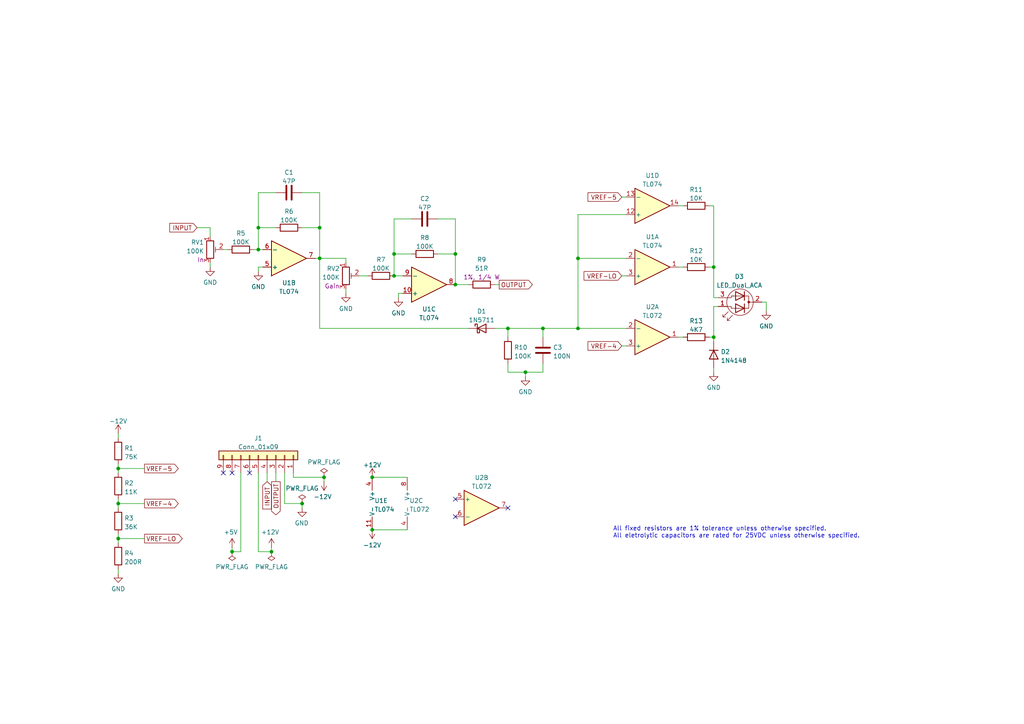
<source format=kicad_sch>
(kicad_sch (version 20211123) (generator eeschema)

  (uuid a1a9a0d8-c6de-418f-9a57-bf7f74b6d401)

  (paper "A4")

  (title_block
    (title "Eurorack ProtoModule")
    (date "2021-10-06")
    (rev "1.0")
    (company "Len Popp")
    (comment 1 "Copyright © 2022 Len Popp CC BY")
    (comment 2 "Circuit design for my custom Eurorack breadboard prototyping module")
  )

  (lib_symbols
    (symbol "-lmp-diode:1N4148" (pin_numbers hide) (pin_names (offset 1.016) hide) (in_bom yes) (on_board yes)
      (property "Reference" "D" (id 0) (at 0 2.54 0)
        (effects (font (size 1.27 1.27)))
      )
      (property "Value" "1N4148" (id 1) (at 0 -2.54 0)
        (effects (font (size 1.27 1.27)))
      )
      (property "Footprint" "Diode_THT:D_DO-35_SOD27_P7.62mm_Horizontal" (id 2) (at 0 -4.445 0)
        (effects (font (size 1.27 1.27)) hide)
      )
      (property "Datasheet" "https://www.mouser.ca/datasheet/2/308/1N914_D-2309448.pdf" (id 3) (at 0 0 0)
        (effects (font (size 1.27 1.27)) hide)
      )
      (property "Manufacturer" "On Semi / Fairchild" (id 4) (at 0 0 0)
        (effects (font (size 1.27 1.27)) hide)
      )
      (property "ManufacturerPartNum" "1N4148-T50R" (id 5) (at 0 0 0)
        (effects (font (size 1.27 1.27)) hide)
      )
      (property "Distributor" "Mouser" (id 6) (at 0 0 0)
        (effects (font (size 1.27 1.27)) hide)
      )
      (property "DistributorPartNum" "512-1N4148T50R" (id 7) (at 0 0 0)
        (effects (font (size 1.27 1.27)) hide)
      )
      (property "DistributorPartLink" "https://www.mouser.ca/ProductDetail/?qs=0lQeLiL1qyZS6rosZp7Ehg%3D%3D" (id 8) (at 0 0 0)
        (effects (font (size 1.27 1.27)) hide)
      )
      (property "ki_keywords" "diode" (id 9) (at 0 0 0)
        (effects (font (size 1.27 1.27)) hide)
      )
      (property "ki_description" "Switching diode, 100V 0.15A, DO-35" (id 10) (at 0 0 0)
        (effects (font (size 1.27 1.27)) hide)
      )
      (property "ki_fp_filters" "D*DO?35*" (id 11) (at 0 0 0)
        (effects (font (size 1.27 1.27)) hide)
      )
      (symbol "1N4148_0_1"
        (polyline
          (pts
            (xy -1.27 1.27)
            (xy -1.27 -1.27)
          )
          (stroke (width 0.254) (type default) (color 0 0 0 0))
          (fill (type none))
        )
        (polyline
          (pts
            (xy 1.27 0)
            (xy -1.27 0)
          )
          (stroke (width 0) (type default) (color 0 0 0 0))
          (fill (type none))
        )
        (polyline
          (pts
            (xy 1.27 1.27)
            (xy 1.27 -1.27)
            (xy -1.27 0)
            (xy 1.27 1.27)
          )
          (stroke (width 0.254) (type default) (color 0 0 0 0))
          (fill (type none))
        )
      )
      (symbol "1N4148_1_1"
        (pin passive line (at -3.81 0 0) (length 2.54)
          (name "K" (effects (font (size 1.27 1.27))))
          (number "1" (effects (font (size 1.27 1.27))))
        )
        (pin passive line (at 3.81 0 180) (length 2.54)
          (name "A" (effects (font (size 1.27 1.27))))
          (number "2" (effects (font (size 1.27 1.27))))
        )
      )
    )
    (symbol "-lmp-diode:1N5711" (pin_numbers hide) (pin_names (offset 1.016) hide) (in_bom yes) (on_board yes)
      (property "Reference" "D" (id 0) (at 0 2.54 0)
        (effects (font (size 1.27 1.27)))
      )
      (property "Value" "1N5711" (id 1) (at 0 -2.54 0)
        (effects (font (size 1.27 1.27)))
      )
      (property "Footprint" "Diode_THT:D_DO-35_SOD27_P7.62mm_Horizontal" (id 2) (at 0 0 0)
        (effects (font (size 1.27 1.27)) hide)
      )
      (property "Datasheet" "https://www.mouser.ca/datasheet/2/389/cd00000759-1795802.pdf" (id 3) (at 0 0 0)
        (effects (font (size 1.27 1.27)) hide)
      )
      (property "Manufacturer" "STMicroelectronics" (id 4) (at 0 0 0)
        (effects (font (size 1.27 1.27)) hide)
      )
      (property "ManufacturerPartNum" "1N5711" (id 5) (at 0 0 0)
        (effects (font (size 1.27 1.27)) hide)
      )
      (property "Distributor" "Mouser" (id 6) (at 0 0 0)
        (effects (font (size 1.27 1.27)) hide)
      )
      (property "DistributorPartNum" "511-1N5711" (id 7) (at 0 0 0)
        (effects (font (size 1.27 1.27)) hide)
      )
      (property "DistributorPartLink" "https://www.mouser.ca/ProductDetail/STMicroelectronics/1N5711?qs=FITO%2F%2FQgYDnH7pJ7rS2FRA%3D%3D" (id 8) (at 0 0 0)
        (effects (font (size 1.27 1.27)) hide)
      )
      (property "ki_keywords" "diode Schottky" (id 9) (at 0 0 0)
        (effects (font (size 1.27 1.27)) hide)
      )
      (property "ki_description" "Schottky signal diode" (id 10) (at 0 0 0)
        (effects (font (size 1.27 1.27)) hide)
      )
      (property "ki_fp_filters" "TO-???* *_Diode_* *SingleDiode* D_*" (id 11) (at 0 0 0)
        (effects (font (size 1.27 1.27)) hide)
      )
      (symbol "1N5711_0_1"
        (polyline
          (pts
            (xy 1.27 0)
            (xy -1.27 0)
          )
          (stroke (width 0) (type default) (color 0 0 0 0))
          (fill (type none))
        )
        (polyline
          (pts
            (xy 1.27 1.27)
            (xy 1.27 -1.27)
            (xy -1.27 0)
            (xy 1.27 1.27)
          )
          (stroke (width 0.254) (type default) (color 0 0 0 0))
          (fill (type none))
        )
        (polyline
          (pts
            (xy -1.905 0.635)
            (xy -1.905 1.27)
            (xy -1.27 1.27)
            (xy -1.27 -1.27)
            (xy -0.635 -1.27)
            (xy -0.635 -0.635)
          )
          (stroke (width 0.254) (type default) (color 0 0 0 0))
          (fill (type none))
        )
      )
      (symbol "1N5711_1_1"
        (pin passive line (at -3.81 0 0) (length 2.54)
          (name "K" (effects (font (size 1.27 1.27))))
          (number "1" (effects (font (size 1.27 1.27))))
        )
        (pin passive line (at 3.81 0 180) (length 2.54)
          (name "A" (effects (font (size 1.27 1.27))))
          (number "2" (effects (font (size 1.27 1.27))))
        )
      )
    )
    (symbol "-lmp-opamp:TL072" (pin_names (offset 0.127)) (in_bom yes) (on_board yes)
      (property "Reference" "U" (id 0) (at 0 5.08 0)
        (effects (font (size 1.27 1.27)) (justify left))
      )
      (property "Value" "TL072" (id 1) (at 0 -5.08 0)
        (effects (font (size 1.27 1.27)) (justify left))
      )
      (property "Footprint" "Package_DIP:DIP-8_W7.62mm" (id 2) (at 0 0 0)
        (effects (font (size 1.27 1.27)) hide)
      )
      (property "Datasheet" "https://www.ti.com/lit/ds/symlink/tl072b.pdf?ts=1628812694194" (id 3) (at 0 0 0)
        (effects (font (size 1.27 1.27)) hide)
      )
      (property "Manufacturer" "Texas Instruments" (id 4) (at 0 0 0)
        (effects (font (size 1.27 1.27)) hide)
      )
      (property "ManufacturerPartNum" "TL072BCP" (id 5) (at 0 0 0)
        (effects (font (size 1.27 1.27)) hide)
      )
      (property "Distributor" "Mouser" (id 6) (at 0 0 0)
        (effects (font (size 1.27 1.27)) hide)
      )
      (property "DistributorPartNum" "595-TL072BCP" (id 7) (at 0 0 0)
        (effects (font (size 1.27 1.27)) hide)
      )
      (property "DistributorPartLink" "https://www.mouser.ca/ProductDetail/Texas-Instruments/TL072BCP?qs=p6YqzpSxLIxmo8AyZLsP4g%3D%3D" (id 8) (at 0 0 0)
        (effects (font (size 1.27 1.27)) hide)
      )
      (property "ki_locked" "" (id 9) (at 0 0 0)
        (effects (font (size 1.27 1.27)))
      )
      (property "ki_keywords" "quad opamp" (id 10) (at 0 0 0)
        (effects (font (size 1.27 1.27)) hide)
      )
      (property "ki_description" "Dual Low-Noise JFET-Input Operational Amplifiers, DIP-8/SOIC-8" (id 11) (at 0 0 0)
        (effects (font (size 1.27 1.27)) hide)
      )
      (property "ki_fp_filters" "SOIC*3.9x4.9mm*P1.27mm* DIP*W7.62mm* TO*99* OnSemi*Micro8* TSSOP*3x3mm*P0.65mm* TSSOP*4.4x3mm*P0.65mm* MSOP*3x3mm*P0.65mm* SSOP*3.9x4.9mm*P0.635mm* LFCSP*2x2mm*P0.5mm* *SIP* SOIC*5.3x6.2mm*P1.27mm*" (id 12) (at 0 0 0)
        (effects (font (size 1.27 1.27)) hide)
      )
      (symbol "TL072_1_1"
        (polyline
          (pts
            (xy -5.08 5.08)
            (xy 5.08 0)
            (xy -5.08 -5.08)
            (xy -5.08 5.08)
          )
          (stroke (width 0.254) (type default) (color 0 0 0 0))
          (fill (type background))
        )
        (pin output line (at 7.62 0 180) (length 2.54)
          (name "~" (effects (font (size 1.27 1.27))))
          (number "1" (effects (font (size 1.27 1.27))))
        )
        (pin input line (at -7.62 -2.54 0) (length 2.54)
          (name "-" (effects (font (size 1.27 1.27))))
          (number "2" (effects (font (size 1.27 1.27))))
        )
        (pin input line (at -7.62 2.54 0) (length 2.54)
          (name "+" (effects (font (size 1.27 1.27))))
          (number "3" (effects (font (size 1.27 1.27))))
        )
      )
      (symbol "TL072_2_1"
        (polyline
          (pts
            (xy -5.08 5.08)
            (xy 5.08 0)
            (xy -5.08 -5.08)
            (xy -5.08 5.08)
          )
          (stroke (width 0.254) (type default) (color 0 0 0 0))
          (fill (type background))
        )
        (pin input line (at -7.62 2.54 0) (length 2.54)
          (name "+" (effects (font (size 1.27 1.27))))
          (number "5" (effects (font (size 1.27 1.27))))
        )
        (pin input line (at -7.62 -2.54 0) (length 2.54)
          (name "-" (effects (font (size 1.27 1.27))))
          (number "6" (effects (font (size 1.27 1.27))))
        )
        (pin output line (at 7.62 0 180) (length 2.54)
          (name "~" (effects (font (size 1.27 1.27))))
          (number "7" (effects (font (size 1.27 1.27))))
        )
      )
      (symbol "TL072_3_1"
        (pin power_in line (at -2.54 -7.62 90) (length 3.81)
          (name "V-" (effects (font (size 1.27 1.27))))
          (number "4" (effects (font (size 1.27 1.27))))
        )
        (pin power_in line (at -2.54 7.62 270) (length 3.81)
          (name "V+" (effects (font (size 1.27 1.27))))
          (number "8" (effects (font (size 1.27 1.27))))
        )
      )
    )
    (symbol "-lmp-opamp:TL074" (pin_names (offset 0.127)) (in_bom yes) (on_board yes)
      (property "Reference" "U" (id 0) (at 0 5.08 0)
        (effects (font (size 1.27 1.27)) (justify left))
      )
      (property "Value" "TL074" (id 1) (at 0 -5.08 0)
        (effects (font (size 1.27 1.27)) (justify left))
      )
      (property "Footprint" "Package_DIP:DIP-14_W7.62mm" (id 2) (at -1.27 2.54 0)
        (effects (font (size 1.27 1.27)) hide)
      )
      (property "Datasheet" "http://www.ti.com/lit/ds/symlink/tl071.pdf" (id 3) (at 1.27 5.08 0)
        (effects (font (size 1.27 1.27)) hide)
      )
      (property "Manufacturer" "Texas Instruments" (id 4) (at 0 0 0)
        (effects (font (size 1.27 1.27)) hide)
      )
      (property "ManufacturerPartNum" "TL074BCN" (id 5) (at 0 0 0)
        (effects (font (size 1.27 1.27)) hide)
      )
      (property "Distributor" "Mouser" (id 6) (at 0 0 0)
        (effects (font (size 1.27 1.27)) hide)
      )
      (property "DistributorPartNum" "595-TL074BCN" (id 7) (at 0 0 0)
        (effects (font (size 1.27 1.27)) hide)
      )
      (property "DistributorPartLink" "https://www.mouser.ca/ProductDetail/?qs=vxEfx8VrU7BHurOY5iQdiA%3D%3D" (id 8) (at 0 0 0)
        (effects (font (size 1.27 1.27)) hide)
      )
      (property "ki_locked" "" (id 9) (at 0 0 0)
        (effects (font (size 1.27 1.27)))
      )
      (property "ki_keywords" "quad opamp" (id 10) (at 0 0 0)
        (effects (font (size 1.27 1.27)) hide)
      )
      (property "ki_description" "Quad Low-Noise JFET-Input Operational Amplifiers, DIP-14/SOIC-14" (id 11) (at 0 0 0)
        (effects (font (size 1.27 1.27)) hide)
      )
      (property "ki_fp_filters" "SOIC*3.9x8.7mm*P1.27mm* DIP*W7.62mm* TSSOP*4.4x5mm*P0.65mm* SSOP*5.3x6.2mm*P0.65mm* MSOP*3x3mm*P0.5mm*" (id 12) (at 0 0 0)
        (effects (font (size 1.27 1.27)) hide)
      )
      (symbol "TL074_1_1"
        (polyline
          (pts
            (xy -5.08 5.08)
            (xy 5.08 0)
            (xy -5.08 -5.08)
            (xy -5.08 5.08)
          )
          (stroke (width 0.254) (type default) (color 0 0 0 0))
          (fill (type background))
        )
        (pin output line (at 7.62 0 180) (length 2.54)
          (name "~" (effects (font (size 1.27 1.27))))
          (number "1" (effects (font (size 1.27 1.27))))
        )
        (pin input line (at -7.62 -2.54 0) (length 2.54)
          (name "-" (effects (font (size 1.27 1.27))))
          (number "2" (effects (font (size 1.27 1.27))))
        )
        (pin input line (at -7.62 2.54 0) (length 2.54)
          (name "+" (effects (font (size 1.27 1.27))))
          (number "3" (effects (font (size 1.27 1.27))))
        )
      )
      (symbol "TL074_2_1"
        (polyline
          (pts
            (xy -5.08 5.08)
            (xy 5.08 0)
            (xy -5.08 -5.08)
            (xy -5.08 5.08)
          )
          (stroke (width 0.254) (type default) (color 0 0 0 0))
          (fill (type background))
        )
        (pin input line (at -7.62 2.54 0) (length 2.54)
          (name "+" (effects (font (size 1.27 1.27))))
          (number "5" (effects (font (size 1.27 1.27))))
        )
        (pin input line (at -7.62 -2.54 0) (length 2.54)
          (name "-" (effects (font (size 1.27 1.27))))
          (number "6" (effects (font (size 1.27 1.27))))
        )
        (pin output line (at 7.62 0 180) (length 2.54)
          (name "~" (effects (font (size 1.27 1.27))))
          (number "7" (effects (font (size 1.27 1.27))))
        )
      )
      (symbol "TL074_3_1"
        (polyline
          (pts
            (xy -5.08 5.08)
            (xy 5.08 0)
            (xy -5.08 -5.08)
            (xy -5.08 5.08)
          )
          (stroke (width 0.254) (type default) (color 0 0 0 0))
          (fill (type background))
        )
        (pin input line (at -7.62 2.54 0) (length 2.54)
          (name "+" (effects (font (size 1.27 1.27))))
          (number "10" (effects (font (size 1.27 1.27))))
        )
        (pin output line (at 7.62 0 180) (length 2.54)
          (name "~" (effects (font (size 1.27 1.27))))
          (number "8" (effects (font (size 1.27 1.27))))
        )
        (pin input line (at -7.62 -2.54 0) (length 2.54)
          (name "-" (effects (font (size 1.27 1.27))))
          (number "9" (effects (font (size 1.27 1.27))))
        )
      )
      (symbol "TL074_4_1"
        (polyline
          (pts
            (xy -5.08 5.08)
            (xy 5.08 0)
            (xy -5.08 -5.08)
            (xy -5.08 5.08)
          )
          (stroke (width 0.254) (type default) (color 0 0 0 0))
          (fill (type background))
        )
        (pin input line (at -7.62 2.54 0) (length 2.54)
          (name "+" (effects (font (size 1.27 1.27))))
          (number "12" (effects (font (size 1.27 1.27))))
        )
        (pin input line (at -7.62 -2.54 0) (length 2.54)
          (name "-" (effects (font (size 1.27 1.27))))
          (number "13" (effects (font (size 1.27 1.27))))
        )
        (pin output line (at 7.62 0 180) (length 2.54)
          (name "~" (effects (font (size 1.27 1.27))))
          (number "14" (effects (font (size 1.27 1.27))))
        )
      )
      (symbol "TL074_5_1"
        (pin power_in line (at -2.54 -7.62 90) (length 3.81)
          (name "V-" (effects (font (size 1.27 1.27))))
          (number "11" (effects (font (size 1.27 1.27))))
        )
        (pin power_in line (at -2.54 7.62 270) (length 3.81)
          (name "V+" (effects (font (size 1.27 1.27))))
          (number "4" (effects (font (size 1.27 1.27))))
        )
      )
    )
    (symbol "-lmp-power:+12V" (power) (pin_names (offset 0)) (in_bom yes) (on_board yes)
      (property "Reference" "#PWR" (id 0) (at 0 -3.81 0)
        (effects (font (size 1.27 1.27)) hide)
      )
      (property "Value" "+12V" (id 1) (at 0 3.556 0)
        (effects (font (size 1.27 1.27)))
      )
      (property "Footprint" "" (id 2) (at 0 0 0)
        (effects (font (size 1.27 1.27)) hide)
      )
      (property "Datasheet" "" (id 3) (at 0 0 0)
        (effects (font (size 1.27 1.27)) hide)
      )
      (property "ki_keywords" "power-flag" (id 4) (at 0 0 0)
        (effects (font (size 1.27 1.27)) hide)
      )
      (property "ki_description" "Power symbol creates a global label with name \"+12V\"" (id 5) (at 0 0 0)
        (effects (font (size 1.27 1.27)) hide)
      )
      (symbol "+12V_0_1"
        (polyline
          (pts
            (xy -0.762 1.27)
            (xy 0 2.54)
          )
          (stroke (width 0) (type default) (color 0 0 0 0))
          (fill (type none))
        )
        (polyline
          (pts
            (xy 0 0)
            (xy 0 2.54)
          )
          (stroke (width 0) (type default) (color 0 0 0 0))
          (fill (type none))
        )
        (polyline
          (pts
            (xy 0 2.54)
            (xy 0.762 1.27)
          )
          (stroke (width 0) (type default) (color 0 0 0 0))
          (fill (type none))
        )
      )
      (symbol "+12V_1_1"
        (pin power_in line (at 0 0 90) (length 0) hide
          (name "+12V" (effects (font (size 1.27 1.27))))
          (number "1" (effects (font (size 1.27 1.27))))
        )
      )
    )
    (symbol "-lmp-power:+5V" (power) (pin_names (offset 0)) (in_bom yes) (on_board yes)
      (property "Reference" "#PWR" (id 0) (at 0 -3.81 0)
        (effects (font (size 1.27 1.27)) hide)
      )
      (property "Value" "+5V" (id 1) (at 0 3.556 0)
        (effects (font (size 1.27 1.27)))
      )
      (property "Footprint" "" (id 2) (at 0 0 0)
        (effects (font (size 1.27 1.27)) hide)
      )
      (property "Datasheet" "" (id 3) (at 0 0 0)
        (effects (font (size 1.27 1.27)) hide)
      )
      (property "ki_keywords" "power-flag" (id 4) (at 0 0 0)
        (effects (font (size 1.27 1.27)) hide)
      )
      (property "ki_description" "Power symbol creates a global label with name \"+5V\"" (id 5) (at 0 0 0)
        (effects (font (size 1.27 1.27)) hide)
      )
      (symbol "+5V_0_1"
        (polyline
          (pts
            (xy -0.762 1.27)
            (xy 0 2.54)
          )
          (stroke (width 0) (type default) (color 0 0 0 0))
          (fill (type none))
        )
        (polyline
          (pts
            (xy 0 0)
            (xy 0 2.54)
          )
          (stroke (width 0) (type default) (color 0 0 0 0))
          (fill (type none))
        )
        (polyline
          (pts
            (xy 0 2.54)
            (xy 0.762 1.27)
          )
          (stroke (width 0) (type default) (color 0 0 0 0))
          (fill (type none))
        )
      )
      (symbol "+5V_1_1"
        (pin power_in line (at 0 0 90) (length 0) hide
          (name "+5V" (effects (font (size 1.27 1.27))))
          (number "1" (effects (font (size 1.27 1.27))))
        )
      )
    )
    (symbol "-lmp-power:-12V" (power) (pin_names (offset 0)) (in_bom yes) (on_board yes)
      (property "Reference" "#PWR" (id 0) (at 0 3.81 0)
        (effects (font (size 1.27 1.27)) hide)
      )
      (property "Value" "-12V" (id 1) (at 0 -3.556 0)
        (effects (font (size 1.27 1.27)))
      )
      (property "Footprint" "" (id 2) (at 0 0 0)
        (effects (font (size 1.27 1.27)) hide)
      )
      (property "Datasheet" "" (id 3) (at 0 0 0)
        (effects (font (size 1.27 1.27)) hide)
      )
      (property "ki_keywords" "power-flag" (id 4) (at 0 0 0)
        (effects (font (size 1.27 1.27)) hide)
      )
      (property "ki_description" "Power symbol creates a global label with name \"-12V\"" (id 5) (at 0 0 0)
        (effects (font (size 1.27 1.27)) hide)
      )
      (symbol "-12V_0_1"
        (polyline
          (pts
            (xy -0.762 -1.27)
            (xy 0 -2.54)
          )
          (stroke (width 0) (type default) (color 0 0 0 0))
          (fill (type none))
        )
        (polyline
          (pts
            (xy 0 -2.54)
            (xy 0.762 -1.27)
          )
          (stroke (width 0) (type default) (color 0 0 0 0))
          (fill (type none))
        )
        (polyline
          (pts
            (xy 0 0)
            (xy 0 -2.54)
          )
          (stroke (width 0) (type default) (color 0 0 0 0))
          (fill (type none))
        )
      )
      (symbol "-12V_1_1"
        (pin power_in line (at 0 0 270) (length 0) hide
          (name "-12V" (effects (font (size 1.27 1.27))))
          (number "1" (effects (font (size 1.27 1.27))))
        )
      )
    )
    (symbol "-lmp-power:GND" (power) (pin_names (offset 0)) (in_bom yes) (on_board yes)
      (property "Reference" "#PWR" (id 0) (at 0 -6.35 0)
        (effects (font (size 1.27 1.27)) hide)
      )
      (property "Value" "GND" (id 1) (at 0 -3.81 0)
        (effects (font (size 1.27 1.27)))
      )
      (property "Footprint" "" (id 2) (at 0 0 0)
        (effects (font (size 1.27 1.27)) hide)
      )
      (property "Datasheet" "" (id 3) (at 0 0 0)
        (effects (font (size 1.27 1.27)) hide)
      )
      (property "ki_keywords" "power-flag" (id 4) (at 0 0 0)
        (effects (font (size 1.27 1.27)) hide)
      )
      (property "ki_description" "Power symbol creates a global label with name \"GND\" , ground" (id 5) (at 0 0 0)
        (effects (font (size 1.27 1.27)) hide)
      )
      (symbol "GND_0_1"
        (polyline
          (pts
            (xy 0 0)
            (xy 0 -1.27)
            (xy 1.27 -1.27)
            (xy 0 -2.54)
            (xy -1.27 -1.27)
            (xy 0 -1.27)
          )
          (stroke (width 0) (type default) (color 0 0 0 0))
          (fill (type none))
        )
      )
      (symbol "GND_1_1"
        (pin power_in line (at 0 0 270) (length 0) hide
          (name "GND" (effects (font (size 1.27 1.27))))
          (number "1" (effects (font (size 1.27 1.27))))
        )
      )
    )
    (symbol "-lmp-power:PWR_FLAG" (power) (pin_numbers hide) (pin_names (offset 0) hide) (in_bom yes) (on_board yes)
      (property "Reference" "#FLG" (id 0) (at 0 1.905 0)
        (effects (font (size 1.27 1.27)) hide)
      )
      (property "Value" "PWR_FLAG" (id 1) (at 0 3.81 0)
        (effects (font (size 1.27 1.27)))
      )
      (property "Footprint" "" (id 2) (at 0 0 0)
        (effects (font (size 1.27 1.27)) hide)
      )
      (property "Datasheet" "~" (id 3) (at 0 0 0)
        (effects (font (size 1.27 1.27)) hide)
      )
      (property "ki_keywords" "power-flag" (id 4) (at 0 0 0)
        (effects (font (size 1.27 1.27)) hide)
      )
      (property "ki_description" "Special symbol for telling ERC where power comes from" (id 5) (at 0 0 0)
        (effects (font (size 1.27 1.27)) hide)
      )
      (symbol "PWR_FLAG_0_0"
        (pin power_out line (at 0 0 90) (length 0)
          (name "pwr" (effects (font (size 1.27 1.27))))
          (number "1" (effects (font (size 1.27 1.27))))
        )
      )
      (symbol "PWR_FLAG_0_1"
        (polyline
          (pts
            (xy 0 0)
            (xy 0 1.27)
            (xy -1.016 1.905)
            (xy 0 2.54)
            (xy 1.016 1.905)
            (xy 0 1.27)
          )
          (stroke (width 0) (type default) (color 0 0 0 0))
          (fill (type none))
        )
      )
    )
    (symbol "-lmp-synth:LED_Dual_5mm_Red_Green_ACA" (pin_names (offset 0) hide) (in_bom yes) (on_board yes)
      (property "Reference" "D" (id 0) (at 0 5.08 0)
        (effects (font (size 1.27 1.27)))
      )
      (property "Value" "LED_Dual_5mm_Red_Green_ACA" (id 1) (at 0 -5.08 0)
        (effects (font (size 1.27 1.27)))
      )
      (property "Footprint" "LED_THT:LED_D5.0mm-3" (id 2) (at 0 -7.62 0)
        (effects (font (size 1.27 1.27)) hide)
      )
      (property "Datasheet" "https://www.mouser.ca/datasheet/2/216/WP59SURKCGKW-78112.pdf" (id 3) (at 0 -7.62 0)
        (effects (font (size 1.27 1.27)) hide)
      )
      (property "Label" "[label]" (id 4) (at 0 -7.62 0)
        (effects (font (size 1.27 1.27)))
      )
      (property "Manufacturer" "Kingbright" (id 5) (at 0 -7.62 0)
        (effects (font (size 1.27 1.27)) hide)
      )
      (property "ManufacturerPartNum" "WP59SURKCGKW" (id 6) (at 0 -7.62 0)
        (effects (font (size 1.27 1.27)) hide)
      )
      (property "Distributor" "Mouser" (id 7) (at 0 -7.62 0)
        (effects (font (size 1.27 1.27)) hide)
      )
      (property "DistributorPartNum" "604-WP59SURKCGKW" (id 8) (at 0 -7.62 0)
        (effects (font (size 1.27 1.27)) hide)
      )
      (property "DistributorPartLink" "https://www.mouser.ca/ProductDetail/Kingbright/WP59SURKCGKW?qs=sGAEpiMZZMvHYEB9WUp7EhaldIk4dKK1HOS5sGoXrpo%3D" (id 9) (at 0 -7.62 0)
        (effects (font (size 1.27 1.27)) hide)
      )
      (property "ki_keywords" "LED diode bicolor dual red green" (id 10) (at 0 0 0)
        (effects (font (size 1.27 1.27)) hide)
      )
      (property "ki_description" "Dual LED, red and green, common cathode on pin 2" (id 11) (at 0 0 0)
        (effects (font (size 1.27 1.27)) hide)
      )
      (property "ki_fp_filters" "LED* LED_SMD:* LED_THT:*" (id 12) (at 0 0 0)
        (effects (font (size 1.27 1.27)) hide)
      )
      (symbol "LED_Dual_5mm_Red_Green_ACA_0_1"
        (circle (center -2.54 0) (radius 0.2794)
          (stroke (width 0) (type default) (color 0 0 0 0))
          (fill (type outline))
        )
        (polyline
          (pts
            (xy -4.572 0)
            (xy -2.54 0)
          )
          (stroke (width 0) (type default) (color 0 0 0 0))
          (fill (type none))
        )
        (polyline
          (pts
            (xy -1.27 -0.508)
            (xy -1.27 -3.048)
          )
          (stroke (width 0.254) (type default) (color 0 0 0 0))
          (fill (type none))
        )
        (polyline
          (pts
            (xy -1.27 0.508)
            (xy -1.27 3.048)
          )
          (stroke (width 0.254) (type default) (color 0 0 0 0))
          (fill (type none))
        )
        (polyline
          (pts
            (xy 2.54 -1.778)
            (xy 1.905 -1.778)
          )
          (stroke (width 0) (type default) (color 0 0 0 0))
          (fill (type none))
        )
        (polyline
          (pts
            (xy 2.54 1.778)
            (xy 2.032 1.778)
          )
          (stroke (width 0) (type default) (color 0 0 0 0))
          (fill (type none))
        )
        (polyline
          (pts
            (xy 2.54 -1.778)
            (xy 2.54 -1.27)
            (xy 3.683 -1.27)
          )
          (stroke (width 0) (type default) (color 0 0 0 0))
          (fill (type none))
        )
        (polyline
          (pts
            (xy 3.81 1.27)
            (xy 2.54 1.27)
            (xy 2.54 1.778)
          )
          (stroke (width 0) (type default) (color 0 0 0 0))
          (fill (type none))
        )
        (polyline
          (pts
            (xy 1.27 -3.048)
            (xy 1.27 -0.508)
            (xy -1.27 -1.778)
            (xy 1.27 -3.048)
          )
          (stroke (width 0.254) (type default) (color 0 0 0 0))
          (fill (type none))
        )
        (polyline
          (pts
            (xy 1.27 0.508)
            (xy 1.27 3.048)
            (xy -1.27 1.778)
            (xy 1.27 0.508)
          )
          (stroke (width 0.254) (type default) (color 0 0 0 0))
          (fill (type none))
        )
        (polyline
          (pts
            (xy 1.905 1.778)
            (xy -2.54 1.778)
            (xy -2.54 -1.778)
            (xy 0.254 -1.778)
            (xy 2.032 -1.778)
          )
          (stroke (width 0) (type default) (color 0 0 0 0))
          (fill (type none))
        )
        (polyline
          (pts
            (xy 2.159 3.81)
            (xy 3.683 5.334)
            (xy 2.921 5.334)
            (xy 3.683 5.334)
            (xy 3.683 4.572)
          )
          (stroke (width 0) (type default) (color 0 0 0 0))
          (fill (type none))
        )
        (polyline
          (pts
            (xy 3.429 2.794)
            (xy 4.953 4.318)
            (xy 4.191 4.318)
            (xy 4.953 4.318)
            (xy 4.953 3.556)
          )
          (stroke (width 0) (type default) (color 0 0 0 0))
          (fill (type none))
        )
        (circle (center 0 0) (radius 3.8354)
          (stroke (width 0) (type default) (color 0 0 0 0))
          (fill (type none))
        )
      )
      (symbol "LED_Dual_5mm_Red_Green_ACA_1_1"
        (pin input line (at 6.35 1.27 180) (length 2.54)
          (name "A1" (effects (font (size 1.27 1.27))))
          (number "1" (effects (font (size 1.27 1.27))))
        )
        (pin input line (at -6.35 0 0) (length 2.54)
          (name "K" (effects (font (size 1.27 1.27))))
          (number "2" (effects (font (size 1.27 1.27))))
        )
        (pin input line (at 6.35 -1.27 180) (length 2.54)
          (name "A2" (effects (font (size 1.27 1.27))))
          (number "3" (effects (font (size 1.27 1.27))))
        )
      )
    )
    (symbol "-lmp-synth:R_51R_Output" (pin_numbers hide) (pin_names (offset 0)) (in_bom yes) (on_board yes)
      (property "Reference" "R" (id 0) (at -2.286 0 90)
        (effects (font (size 1.27 1.27)))
      )
      (property "Value" "R_51R_Output" (id 1) (at 2.413 0 90)
        (effects (font (size 1.27 1.27)))
      )
      (property "Footprint" "-lmp-misc:R_Axial_DIN0207_L6.3mm_D2.5mm_P10.16mm_Horizontal" (id 2) (at -1.778 0 90)
        (effects (font (size 1.27 1.27)) hide)
      )
      (property "Datasheet" "https://www.mouser.ca/datasheet/2/447/Yageo_LR_MFR_1-1714151.pdf" (id 3) (at 0 0 0)
        (effects (font (size 1.27 1.27)) hide)
      )
      (property "Value2" "1%, 1/4 W" (id 4) (at 4.445 0 90)
        (effects (font (size 1.27 1.27)))
      )
      (property "Note" "Output limiting" (id 5) (at -1.905 -1.905 90)
        (effects (font (size 1.27 1.27)) hide)
      )
      (property "Manufacturer" "YAGEO" (id 6) (at 0 0 0)
        (effects (font (size 1.27 1.27)) hide)
      )
      (property "ManufacturerPartNum" "MFR-25FBF52-51R" (id 7) (at 0 0 0)
        (effects (font (size 1.27 1.27)) hide)
      )
      (property "Distributor" "Mouser" (id 8) (at -1.905 0 90)
        (effects (font (size 1.27 1.27)) hide)
      )
      (property "DistributorPartNum" "603-MFR-25FBF52-51R" (id 9) (at 0 0 0)
        (effects (font (size 1.27 1.27)) hide)
      )
      (property "DistributorPartLink" "https://www.mouser.ca/ProductDetail/?qs=oAGoVhmvjhzVx2bdEH1TLQ%3D%3D" (id 10) (at 0 0 0)
        (effects (font (size 1.27 1.27)) hide)
      )
      (property "ki_keywords" "R res resistor" (id 11) (at 0 0 0)
        (effects (font (size 1.27 1.27)) hide)
      )
      (property "ki_description" "Resistor" (id 12) (at 0 0 0)
        (effects (font (size 1.27 1.27)) hide)
      )
      (property "ki_fp_filters" "R_*" (id 13) (at 0 0 0)
        (effects (font (size 1.27 1.27)) hide)
      )
      (symbol "R_51R_Output_0_1"
        (rectangle (start -1.016 -2.54) (end 1.016 2.54)
          (stroke (width 0.254) (type default) (color 0 0 0 0))
          (fill (type none))
        )
      )
      (symbol "R_51R_Output_1_1"
        (pin passive line (at 0 3.81 270) (length 1.27)
          (name "~" (effects (font (size 1.27 1.27))))
          (number "1" (effects (font (size 1.27 1.27))))
        )
        (pin passive line (at 0 -3.81 90) (length 1.27)
          (name "~" (effects (font (size 1.27 1.27))))
          (number "2" (effects (font (size 1.27 1.27))))
        )
      )
    )
    (symbol "-lmp:CC" (pin_numbers hide) (pin_names (offset 0.254)) (in_bom yes) (on_board yes)
      (property "Reference" "C" (id 0) (at 0.635 2.54 0)
        (effects (font (size 1.27 1.27)) (justify left))
      )
      (property "Value" "CC" (id 1) (at 0.635 -2.54 0)
        (effects (font (size 1.27 1.27)) (justify left))
      )
      (property "Footprint" "" (id 2) (at 0.9652 -3.81 0)
        (effects (font (size 1.27 1.27)) hide)
      )
      (property "Datasheet" "~" (id 3) (at 0 0 0)
        (effects (font (size 1.27 1.27)) hide)
      )
      (property "ki_keywords" "cap capacitor ceramic" (id 4) (at 0 0 0)
        (effects (font (size 1.27 1.27)) hide)
      )
      (property "ki_description" "Capacitor - Ceramic" (id 5) (at 0 0 0)
        (effects (font (size 1.27 1.27)) hide)
      )
      (property "ki_fp_filters" "C_*" (id 6) (at 0 0 0)
        (effects (font (size 1.27 1.27)) hide)
      )
      (symbol "CC_0_1"
        (polyline
          (pts
            (xy -2.032 -0.762)
            (xy 2.032 -0.762)
          )
          (stroke (width 0.508) (type default) (color 0 0 0 0))
          (fill (type none))
        )
        (polyline
          (pts
            (xy -2.032 0.762)
            (xy 2.032 0.762)
          )
          (stroke (width 0.508) (type default) (color 0 0 0 0))
          (fill (type none))
        )
      )
      (symbol "CC_1_1"
        (pin passive line (at 0 3.81 270) (length 2.794)
          (name "~" (effects (font (size 1.27 1.27))))
          (number "1" (effects (font (size 1.27 1.27))))
        )
        (pin passive line (at 0 -3.81 90) (length 2.794)
          (name "~" (effects (font (size 1.27 1.27))))
          (number "2" (effects (font (size 1.27 1.27))))
        )
      )
    )
    (symbol "-lmp:CC_100N" (pin_numbers hide) (pin_names (offset 0.254)) (in_bom yes) (on_board yes)
      (property "Reference" "C" (id 0) (at 0.635 2.54 0)
        (effects (font (size 1.27 1.27)) (justify left))
      )
      (property "Value" "CC_100N" (id 1) (at 0.635 -2.54 0)
        (effects (font (size 1.27 1.27)) (justify left))
      )
      (property "Footprint" "-lmp-misc:C_Disc_D5.0mm_W2.5mm_P2.50mm" (id 2) (at 0.9652 -3.81 0)
        (effects (font (size 1.27 1.27)) hide)
      )
      (property "Datasheet" "https://product.tdk.com/system/files/dam/doc/product/capacitor/ceramic/lead-mlcc/catalog/leadmlcc_halogenfree_fg_en.pdf" (id 3) (at -0.635 -3.81 0)
        (effects (font (size 1.27 1.27)) hide)
      )
      (property "Note" "IC decoupling" (id 4) (at 0.635 -5.08 0)
        (effects (font (size 1.27 1.27)) (justify left) hide)
      )
      (property "Manufacturer" "TDK" (id 5) (at 0 0 0)
        (effects (font (size 1.27 1.27)) hide)
      )
      (property "ManufacturerPartNum" "FG18X7R1H104KNT06" (id 6) (at 0 0 0)
        (effects (font (size 1.27 1.27)) hide)
      )
      (property "Distributor" "Mouser" (id 7) (at 0 0 0)
        (effects (font (size 1.27 1.27)) hide)
      )
      (property "DistributorPartNum" "810-FG18X7R1H104KNT6" (id 8) (at 0 0 0)
        (effects (font (size 1.27 1.27)) hide)
      )
      (property "DistributorPartLink" "https://www.mouser.ca/ProductDetail/810-FG18X7R1H104KNT6" (id 9) (at 0 0 0)
        (effects (font (size 1.27 1.27)) hide)
      )
      (property "ki_keywords" "cap capacitor ceramic" (id 10) (at 0 0 0)
        (effects (font (size 1.27 1.27)) hide)
      )
      (property "ki_description" "Capacitor - Ceramic - IC decoupling" (id 11) (at 0 0 0)
        (effects (font (size 1.27 1.27)) hide)
      )
      (property "ki_fp_filters" "C_*" (id 12) (at 0 0 0)
        (effects (font (size 1.27 1.27)) hide)
      )
      (symbol "CC_100N_0_1"
        (polyline
          (pts
            (xy -2.032 -0.762)
            (xy 2.032 -0.762)
          )
          (stroke (width 0.508) (type default) (color 0 0 0 0))
          (fill (type none))
        )
        (polyline
          (pts
            (xy -2.032 0.762)
            (xy 2.032 0.762)
          )
          (stroke (width 0.508) (type default) (color 0 0 0 0))
          (fill (type none))
        )
      )
      (symbol "CC_100N_1_1"
        (pin passive line (at 0 3.81 270) (length 2.794)
          (name "~" (effects (font (size 1.27 1.27))))
          (number "1" (effects (font (size 1.27 1.27))))
        )
        (pin passive line (at 0 -3.81 90) (length 2.794)
          (name "~" (effects (font (size 1.27 1.27))))
          (number "2" (effects (font (size 1.27 1.27))))
        )
      )
    )
    (symbol "-lmp:R_1%_0W166" (pin_numbers hide) (pin_names (offset 0)) (in_bom yes) (on_board yes)
      (property "Reference" "R" (id 0) (at -2.286 0 90)
        (effects (font (size 1.27 1.27)))
      )
      (property "Value" "R_1%_0W166" (id 1) (at 2.413 0 90)
        (effects (font (size 1.27 1.27)))
      )
      (property "Footprint" "-lmp-misc:R_Axial_DIN0207_L6.3mm_D2.5mm_P7.62mm_Horizontal" (id 2) (at -1.778 0 90)
        (effects (font (size 1.27 1.27)) hide)
      )
      (property "Datasheet" "https://www.mouser.ca/datasheet/2/447/Yageo_LR_MFR_1-1714151.pdf" (id 3) (at 0 0 0)
        (effects (font (size 1.27 1.27)) hide)
      )
      (property "Manufacturer" "YAGEO" (id 4) (at 0 0 0)
        (effects (font (size 1.27 1.27)) hide)
      )
      (property "ManufacturerPartNum" "MFR-12*" (id 5) (at 0 0 0)
        (effects (font (size 1.27 1.27)) hide)
      )
      (property "Distributor" "Mouser" (id 6) (at 0 0 0)
        (effects (font (size 1.27 1.27)) hide)
      )
      (property "DistributorPartNum" "603-MFR-12*" (id 7) (at 0 0 0)
        (effects (font (size 1.27 1.27)) hide)
      )
      (property "DistributorPartLink" "https://www.mouser.ca/c/?m=YAGEO&power+rating=166+mW+(1%2f6+W)&tolerance=1+%25&instock=y" (id 8) (at 0 0 0)
        (effects (font (size 1.27 1.27)) hide)
      )
      (property "Value2" "1%, 1/6 W" (id 9) (at 4.953 0 90)
        (effects (font (size 1.27 1.27)) hide)
      )
      (property "ki_keywords" "R res resistor" (id 10) (at 0 0 0)
        (effects (font (size 1.27 1.27)) hide)
      )
      (property "ki_description" "Resistor" (id 11) (at 0 0 0)
        (effects (font (size 1.27 1.27)) hide)
      )
      (property "ki_fp_filters" "R_*" (id 12) (at 0 0 0)
        (effects (font (size 1.27 1.27)) hide)
      )
      (symbol "R_1%_0W166_0_1"
        (rectangle (start -1.016 -2.54) (end 1.016 2.54)
          (stroke (width 0.254) (type default) (color 0 0 0 0))
          (fill (type none))
        )
      )
      (symbol "R_1%_0W166_1_1"
        (pin passive line (at 0 3.81 270) (length 1.27)
          (name "~" (effects (font (size 1.27 1.27))))
          (number "1" (effects (font (size 1.27 1.27))))
        )
        (pin passive line (at 0 -3.81 90) (length 1.27)
          (name "~" (effects (font (size 1.27 1.27))))
          (number "2" (effects (font (size 1.27 1.27))))
        )
      )
    )
    (symbol "-lmp:R_POT_TRIM" (pin_names (offset 1.016) hide) (in_bom yes) (on_board yes)
      (property "Reference" "RV" (id 0) (at -6.858 0 90)
        (effects (font (size 1.27 1.27)))
      )
      (property "Value" "R_POT_TRIM" (id 1) (at -4.953 0 90)
        (effects (font (size 1.27 1.27)))
      )
      (property "Footprint" "-lmp-misc:Potentiometer_Bourns_3386P_Top" (id 2) (at 0 0 0)
        (effects (font (size 1.27 1.27)) hide)
      )
      (property "Datasheet" "https://www.mouser.ca/datasheet/2/54/3386-776606.pdf" (id 3) (at 0 0 0)
        (effects (font (size 1.27 1.27)) hide)
      )
      (property "Label" "[label]" (id 4) (at -2.921 0 90)
        (effects (font (size 1.27 1.27)))
      )
      (property "Manufacturer" "Bourns" (id 5) (at 0 0 0)
        (effects (font (size 1.27 1.27)) hide)
      )
      (property "ManufacturerPartNum" "3386*" (id 6) (at 0 0 0)
        (effects (font (size 1.27 1.27)) hide)
      )
      (property "Distributor" "Mouser" (id 7) (at 0 0 0)
        (effects (font (size 1.27 1.27)) hide)
      )
      (property "DistributorPartNum" "652-3386*" (id 8) (at 0 0 0)
        (effects (font (size 1.27 1.27)) hide)
      )
      (property "DistributorPartLink" "https://www.mouser.ca/c/passive-components/resistors/variable-resistors/trimmer-resistors-through-hole/?number+of+turns=1&series=3386&instock=y" (id 9) (at 0 0 0)
        (effects (font (size 1.27 1.27)) hide)
      )
      (property "ki_keywords" "resistor variable trimpot trimmer" (id 10) (at 0 0 0)
        (effects (font (size 1.27 1.27)) hide)
      )
      (property "ki_description" "Trim-potentiometer" (id 11) (at 0 0 0)
        (effects (font (size 1.27 1.27)) hide)
      )
      (property "ki_fp_filters" "Potentiometer*" (id 12) (at 0 0 0)
        (effects (font (size 1.27 1.27)) hide)
      )
      (symbol "R_POT_TRIM_0_1"
        (polyline
          (pts
            (xy 1.524 0.762)
            (xy 1.524 -0.762)
          )
          (stroke (width 0) (type default) (color 0 0 0 0))
          (fill (type none))
        )
        (polyline
          (pts
            (xy 2.54 0)
            (xy 1.524 0)
          )
          (stroke (width 0) (type default) (color 0 0 0 0))
          (fill (type none))
        )
        (rectangle (start 1.016 2.54) (end -1.016 -2.54)
          (stroke (width 0.254) (type default) (color 0 0 0 0))
          (fill (type none))
        )
      )
      (symbol "R_POT_TRIM_1_1"
        (pin passive line (at 0 3.81 270) (length 1.27)
          (name "1" (effects (font (size 1.27 1.27))))
          (number "1" (effects (font (size 1.27 1.27))))
        )
        (pin passive line (at 3.81 0 180) (length 1.27)
          (name "2" (effects (font (size 1.27 1.27))))
          (number "2" (effects (font (size 1.27 1.27))))
        )
        (pin passive line (at 0 -3.81 90) (length 1.27)
          (name "3" (effects (font (size 1.27 1.27))))
          (number "3" (effects (font (size 1.27 1.27))))
        )
      )
    )
    (symbol "Connector_Generic:Conn_01x09" (pin_names (offset 1.016) hide) (in_bom yes) (on_board yes)
      (property "Reference" "J" (id 0) (at 0 12.7 0)
        (effects (font (size 1.27 1.27)))
      )
      (property "Value" "Conn_01x09" (id 1) (at 0 -12.7 0)
        (effects (font (size 1.27 1.27)))
      )
      (property "Footprint" "" (id 2) (at 0 0 0)
        (effects (font (size 1.27 1.27)) hide)
      )
      (property "Datasheet" "~" (id 3) (at 0 0 0)
        (effects (font (size 1.27 1.27)) hide)
      )
      (property "ki_keywords" "connector" (id 4) (at 0 0 0)
        (effects (font (size 1.27 1.27)) hide)
      )
      (property "ki_description" "Generic connector, single row, 01x09, script generated (kicad-library-utils/schlib/autogen/connector/)" (id 5) (at 0 0 0)
        (effects (font (size 1.27 1.27)) hide)
      )
      (property "ki_fp_filters" "Connector*:*_1x??_*" (id 6) (at 0 0 0)
        (effects (font (size 1.27 1.27)) hide)
      )
      (symbol "Conn_01x09_1_1"
        (rectangle (start -1.27 -10.033) (end 0 -10.287)
          (stroke (width 0.1524) (type default) (color 0 0 0 0))
          (fill (type none))
        )
        (rectangle (start -1.27 -7.493) (end 0 -7.747)
          (stroke (width 0.1524) (type default) (color 0 0 0 0))
          (fill (type none))
        )
        (rectangle (start -1.27 -4.953) (end 0 -5.207)
          (stroke (width 0.1524) (type default) (color 0 0 0 0))
          (fill (type none))
        )
        (rectangle (start -1.27 -2.413) (end 0 -2.667)
          (stroke (width 0.1524) (type default) (color 0 0 0 0))
          (fill (type none))
        )
        (rectangle (start -1.27 0.127) (end 0 -0.127)
          (stroke (width 0.1524) (type default) (color 0 0 0 0))
          (fill (type none))
        )
        (rectangle (start -1.27 2.667) (end 0 2.413)
          (stroke (width 0.1524) (type default) (color 0 0 0 0))
          (fill (type none))
        )
        (rectangle (start -1.27 5.207) (end 0 4.953)
          (stroke (width 0.1524) (type default) (color 0 0 0 0))
          (fill (type none))
        )
        (rectangle (start -1.27 7.747) (end 0 7.493)
          (stroke (width 0.1524) (type default) (color 0 0 0 0))
          (fill (type none))
        )
        (rectangle (start -1.27 10.287) (end 0 10.033)
          (stroke (width 0.1524) (type default) (color 0 0 0 0))
          (fill (type none))
        )
        (rectangle (start -1.27 11.43) (end 1.27 -11.43)
          (stroke (width 0.254) (type default) (color 0 0 0 0))
          (fill (type background))
        )
        (pin passive line (at -5.08 10.16 0) (length 3.81)
          (name "Pin_1" (effects (font (size 1.27 1.27))))
          (number "1" (effects (font (size 1.27 1.27))))
        )
        (pin passive line (at -5.08 7.62 0) (length 3.81)
          (name "Pin_2" (effects (font (size 1.27 1.27))))
          (number "2" (effects (font (size 1.27 1.27))))
        )
        (pin passive line (at -5.08 5.08 0) (length 3.81)
          (name "Pin_3" (effects (font (size 1.27 1.27))))
          (number "3" (effects (font (size 1.27 1.27))))
        )
        (pin passive line (at -5.08 2.54 0) (length 3.81)
          (name "Pin_4" (effects (font (size 1.27 1.27))))
          (number "4" (effects (font (size 1.27 1.27))))
        )
        (pin passive line (at -5.08 0 0) (length 3.81)
          (name "Pin_5" (effects (font (size 1.27 1.27))))
          (number "5" (effects (font (size 1.27 1.27))))
        )
        (pin passive line (at -5.08 -2.54 0) (length 3.81)
          (name "Pin_6" (effects (font (size 1.27 1.27))))
          (number "6" (effects (font (size 1.27 1.27))))
        )
        (pin passive line (at -5.08 -5.08 0) (length 3.81)
          (name "Pin_7" (effects (font (size 1.27 1.27))))
          (number "7" (effects (font (size 1.27 1.27))))
        )
        (pin passive line (at -5.08 -7.62 0) (length 3.81)
          (name "Pin_8" (effects (font (size 1.27 1.27))))
          (number "8" (effects (font (size 1.27 1.27))))
        )
        (pin passive line (at -5.08 -10.16 0) (length 3.81)
          (name "Pin_9" (effects (font (size 1.27 1.27))))
          (number "9" (effects (font (size 1.27 1.27))))
        )
      )
    )
  )

  (junction (at 167.64 74.93) (diameter 0) (color 0 0 0 0)
    (uuid 0e990cd5-0d31-4759-b5cd-355d42e5b67a)
  )
  (junction (at 74.93 72.39) (diameter 0) (color 0 0 0 0)
    (uuid 336a8513-11a6-44c6-a4ef-94fef77e5e6e)
  )
  (junction (at 157.48 95.25) (diameter 0) (color 0 0 0 0)
    (uuid 3f6faff0-43b0-4ea9-a8d6-f91b5735ee5e)
  )
  (junction (at 107.95 153.67) (diameter 0) (color 0 0 0 0)
    (uuid 4a1b6cde-6559-41a1-9f93-73a6d1b4d98c)
  )
  (junction (at 207.01 77.47) (diameter 0) (color 0 0 0 0)
    (uuid 5c2c8582-78aa-49c3-a04d-19c7531886f2)
  )
  (junction (at 34.29 135.89) (diameter 0) (color 0 0 0 0)
    (uuid 62c47949-9d98-488e-aa32-690dafac6ab5)
  )
  (junction (at 34.29 156.21) (diameter 0) (color 0 0 0 0)
    (uuid 7bc90a85-62de-4980-a9d4-fe838bcb3812)
  )
  (junction (at 87.63 146.05) (diameter 0) (color 0 0 0 0)
    (uuid 7ea85228-de9d-46bb-aa3c-34dfb8e54239)
  )
  (junction (at 114.3 80.01) (diameter 0) (color 0 0 0 0)
    (uuid 82fd1f0b-447f-49cb-8c78-2c502f49aeec)
  )
  (junction (at 78.74 160.02) (diameter 0) (color 0 0 0 0)
    (uuid 83c70ce6-e441-4b07-80a6-2f5fb8a6492d)
  )
  (junction (at 132.08 82.55) (diameter 0) (color 0 0 0 0)
    (uuid 84c9a164-df91-477f-b3d2-d2cf6d8d7434)
  )
  (junction (at 147.32 95.25) (diameter 0) (color 0 0 0 0)
    (uuid 8bc02894-dfe8-4bbc-913e-7c4183443d2d)
  )
  (junction (at 114.3 73.66) (diameter 0) (color 0 0 0 0)
    (uuid 91972ccc-d7e0-47ef-8bba-1ba017f78f28)
  )
  (junction (at 107.95 138.43) (diameter 0) (color 0 0 0 0)
    (uuid 98dd2111-2e30-4eee-9003-a319c1368037)
  )
  (junction (at 207.01 97.79) (diameter 0) (color 0 0 0 0)
    (uuid 9e27bdc3-b69f-4cec-9de1-49fae01339b2)
  )
  (junction (at 132.08 73.66) (diameter 0) (color 0 0 0 0)
    (uuid b30b71db-7d7c-404e-a1c1-8558c4c62541)
  )
  (junction (at 92.71 66.04) (diameter 0) (color 0 0 0 0)
    (uuid b729e408-a839-4789-8724-9be3befff850)
  )
  (junction (at 34.29 146.05) (diameter 0) (color 0 0 0 0)
    (uuid be1abb2d-d2b0-4cf0-bdce-685fcf900eed)
  )
  (junction (at 93.98 138.43) (diameter 0) (color 0 0 0 0)
    (uuid d1038279-4eb4-4065-836c-dbd8cfc6d4a4)
  )
  (junction (at 167.64 95.25) (diameter 0) (color 0 0 0 0)
    (uuid db650a6b-5f48-47c4-816b-b65977c6259b)
  )
  (junction (at 67.31 160.02) (diameter 0) (color 0 0 0 0)
    (uuid e06225e3-eb34-4222-b283-4c5fa1a14550)
  )
  (junction (at 152.4 107.95) (diameter 0) (color 0 0 0 0)
    (uuid f3eed29d-8bf2-44c5-b74e-e54046434d99)
  )
  (junction (at 74.93 66.04) (diameter 0) (color 0 0 0 0)
    (uuid f76dcb38-ea65-4a54-bd70-b5ee6c72b494)
  )
  (junction (at 92.71 74.93) (diameter 0) (color 0 0 0 0)
    (uuid f8543d10-4391-4d0b-9cbf-ba8bb192a844)
  )

  (no_connect (at 132.08 144.78) (uuid 1a6eaaf8-86b3-4e44-97df-2922f3de786d))
  (no_connect (at 147.32 147.32) (uuid 1a6eaaf8-86b3-4e44-97df-2922f3de786e))
  (no_connect (at 132.08 149.86) (uuid 1a6eaaf8-86b3-4e44-97df-2922f3de786f))
  (no_connect (at 67.31 137.16) (uuid 79664334-5b39-4812-98f0-28ef66900517))
  (no_connect (at 64.77 137.16) (uuid 79664334-5b39-4812-98f0-28ef66900518))
  (no_connect (at 72.39 137.16) (uuid 90a74f5e-7380-4ff0-bb5e-d9d5841f174b))

  (wire (pts (xy 207.01 97.79) (xy 207.01 99.06))
    (stroke (width 0) (type default) (color 0 0 0 0))
    (uuid 00f69f99-5b95-41b7-9251-23476995d31c)
  )
  (wire (pts (xy 92.71 66.04) (xy 92.71 74.93))
    (stroke (width 0) (type default) (color 0 0 0 0))
    (uuid 034dcac1-f2b4-4486-b817-e65de50a666a)
  )
  (wire (pts (xy 180.34 57.15) (xy 181.61 57.15))
    (stroke (width 0) (type default) (color 0 0 0 0))
    (uuid 053c932d-1dd0-4b33-846a-984f14de3586)
  )
  (wire (pts (xy 115.57 85.09) (xy 116.84 85.09))
    (stroke (width 0) (type default) (color 0 0 0 0))
    (uuid 0c414a80-605b-4988-a402-1ea2e2af39a9)
  )
  (wire (pts (xy 74.93 66.04) (xy 74.93 72.39))
    (stroke (width 0) (type default) (color 0 0 0 0))
    (uuid 12923bb2-5e2e-4f9a-b7a1-288b1e3fcd76)
  )
  (wire (pts (xy 132.08 82.55) (xy 135.89 82.55))
    (stroke (width 0) (type default) (color 0 0 0 0))
    (uuid 12baa1b4-b1e3-4ded-9906-4241f6020fa8)
  )
  (wire (pts (xy 147.32 95.25) (xy 147.32 97.79))
    (stroke (width 0) (type default) (color 0 0 0 0))
    (uuid 1489818c-f20e-4b3e-9870-09b365c8d25b)
  )
  (wire (pts (xy 77.47 137.16) (xy 77.47 139.7))
    (stroke (width 0) (type default) (color 0 0 0 0))
    (uuid 15f06c58-f54a-4e99-8411-3b02ee2b6d87)
  )
  (wire (pts (xy 67.31 160.02) (xy 69.85 160.02))
    (stroke (width 0) (type default) (color 0 0 0 0))
    (uuid 16a7e0a2-3e0c-4e8d-a95d-0aa2745b5fd4)
  )
  (wire (pts (xy 114.3 73.66) (xy 114.3 63.5))
    (stroke (width 0) (type default) (color 0 0 0 0))
    (uuid 1830fcf8-dd0a-4d6d-afd2-8861620a1657)
  )
  (wire (pts (xy 74.93 66.04) (xy 74.93 55.88))
    (stroke (width 0) (type default) (color 0 0 0 0))
    (uuid 18fab94c-cea5-4f3c-bc0c-37aa0b7b8448)
  )
  (wire (pts (xy 181.61 62.23) (xy 167.64 62.23))
    (stroke (width 0) (type default) (color 0 0 0 0))
    (uuid 1a5a5f5f-8e09-456a-aca9-dd9560cc9a74)
  )
  (wire (pts (xy 85.09 138.43) (xy 93.98 138.43))
    (stroke (width 0) (type default) (color 0 0 0 0))
    (uuid 1b59498e-fed4-40a3-97df-2886f1711aad)
  )
  (wire (pts (xy 127 63.5) (xy 132.08 63.5))
    (stroke (width 0) (type default) (color 0 0 0 0))
    (uuid 2051140d-e08a-4db8-9408-7e5ac31ac4d7)
  )
  (wire (pts (xy 93.98 138.43) (xy 93.98 139.7))
    (stroke (width 0) (type default) (color 0 0 0 0))
    (uuid 205abb1a-e53d-43ca-8aa5-51b63e522399)
  )
  (wire (pts (xy 74.93 77.47) (xy 76.2 77.47))
    (stroke (width 0) (type default) (color 0 0 0 0))
    (uuid 205f8d4c-62ce-44df-9087-97eab2d3dd1e)
  )
  (wire (pts (xy 34.29 146.05) (xy 41.91 146.05))
    (stroke (width 0) (type default) (color 0 0 0 0))
    (uuid 282112d4-d161-4819-9987-3667d3fb094f)
  )
  (wire (pts (xy 147.32 95.25) (xy 157.48 95.25))
    (stroke (width 0) (type default) (color 0 0 0 0))
    (uuid 2e2a8db7-a9ff-451c-a66b-a72927097993)
  )
  (wire (pts (xy 57.15 66.04) (xy 60.96 66.04))
    (stroke (width 0) (type default) (color 0 0 0 0))
    (uuid 2e5d09a7-be43-4a34-b412-d7d254affd09)
  )
  (wire (pts (xy 92.71 95.25) (xy 92.71 74.93))
    (stroke (width 0) (type default) (color 0 0 0 0))
    (uuid 2f70b417-70e4-491b-9b02-0ea34c9f78a2)
  )
  (wire (pts (xy 143.51 82.55) (xy 144.78 82.55))
    (stroke (width 0) (type default) (color 0 0 0 0))
    (uuid 37603a36-cc62-4f54-abb4-bd966fd89f1a)
  )
  (wire (pts (xy 74.93 78.74) (xy 74.93 77.47))
    (stroke (width 0) (type default) (color 0 0 0 0))
    (uuid 37922278-3378-43e7-bb08-d4f41a30f277)
  )
  (wire (pts (xy 157.48 107.95) (xy 157.48 105.41))
    (stroke (width 0) (type default) (color 0 0 0 0))
    (uuid 37f2dce5-dbc3-468b-a4df-00f2459b9670)
  )
  (wire (pts (xy 74.93 55.88) (xy 80.01 55.88))
    (stroke (width 0) (type default) (color 0 0 0 0))
    (uuid 3df61855-39eb-4830-a47f-fc483425c94b)
  )
  (wire (pts (xy 181.61 74.93) (xy 167.64 74.93))
    (stroke (width 0) (type default) (color 0 0 0 0))
    (uuid 3ea1a877-b7e5-4730-855b-b660edf05949)
  )
  (wire (pts (xy 64.77 72.39) (xy 66.04 72.39))
    (stroke (width 0) (type default) (color 0 0 0 0))
    (uuid 3fbc4e39-85a5-44d2-8e53-74fdde199315)
  )
  (wire (pts (xy 196.85 97.79) (xy 198.12 97.79))
    (stroke (width 0) (type default) (color 0 0 0 0))
    (uuid 40cde665-551d-4abe-b44f-3a5afa22d059)
  )
  (wire (pts (xy 67.31 158.75) (xy 67.31 160.02))
    (stroke (width 0) (type default) (color 0 0 0 0))
    (uuid 429879b2-b02e-428e-aa75-e3e41021046f)
  )
  (wire (pts (xy 132.08 63.5) (xy 132.08 73.66))
    (stroke (width 0) (type default) (color 0 0 0 0))
    (uuid 42e42bee-a090-462f-bc06-27d3fdbd1850)
  )
  (wire (pts (xy 100.33 74.93) (xy 92.71 74.93))
    (stroke (width 0) (type default) (color 0 0 0 0))
    (uuid 431631ca-8d7d-454c-a337-41180eca6805)
  )
  (wire (pts (xy 147.32 107.95) (xy 152.4 107.95))
    (stroke (width 0) (type default) (color 0 0 0 0))
    (uuid 45cf14a9-8368-457c-89da-ce34d2d6e947)
  )
  (wire (pts (xy 207.01 88.9) (xy 207.01 97.79))
    (stroke (width 0) (type default) (color 0 0 0 0))
    (uuid 47b3a19d-4eba-4103-836a-41b37d00f8c1)
  )
  (wire (pts (xy 207.01 106.68) (xy 207.01 107.95))
    (stroke (width 0) (type default) (color 0 0 0 0))
    (uuid 4941eadc-33f0-4918-804c-66cb916d4512)
  )
  (wire (pts (xy 34.29 135.89) (xy 41.91 135.89))
    (stroke (width 0) (type default) (color 0 0 0 0))
    (uuid 4a7ac0d5-10df-4b0d-978e-4c2bc4360f7f)
  )
  (wire (pts (xy 114.3 80.01) (xy 116.84 80.01))
    (stroke (width 0) (type default) (color 0 0 0 0))
    (uuid 4b5c0347-05a5-4a3e-920e-5e9e6af4abb3)
  )
  (wire (pts (xy 207.01 77.47) (xy 205.74 77.47))
    (stroke (width 0) (type default) (color 0 0 0 0))
    (uuid 4fcdf512-db38-4b76-9184-6f64f9108b22)
  )
  (wire (pts (xy 69.85 160.02) (xy 69.85 137.16))
    (stroke (width 0) (type default) (color 0 0 0 0))
    (uuid 529203ba-fbff-4f97-b041-152e441619f5)
  )
  (wire (pts (xy 143.51 95.25) (xy 147.32 95.25))
    (stroke (width 0) (type default) (color 0 0 0 0))
    (uuid 54dd285f-24a6-42e0-bec3-e84760abe176)
  )
  (wire (pts (xy 74.93 160.02) (xy 78.74 160.02))
    (stroke (width 0) (type default) (color 0 0 0 0))
    (uuid 554b8be7-1943-45a4-a457-6b2d60ac1024)
  )
  (wire (pts (xy 80.01 139.7) (xy 80.01 137.16))
    (stroke (width 0) (type default) (color 0 0 0 0))
    (uuid 57d975d4-6607-4de8-909d-121b06b236cd)
  )
  (wire (pts (xy 100.33 83.82) (xy 100.33 85.09))
    (stroke (width 0) (type default) (color 0 0 0 0))
    (uuid 5d0234f8-d2ec-4c52-80bd-9f7b12ea5c14)
  )
  (wire (pts (xy 205.74 97.79) (xy 207.01 97.79))
    (stroke (width 0) (type default) (color 0 0 0 0))
    (uuid 5f4e7d55-9a66-4e69-8bdc-0946b8e19ebf)
  )
  (wire (pts (xy 114.3 73.66) (xy 114.3 80.01))
    (stroke (width 0) (type default) (color 0 0 0 0))
    (uuid 5ff78880-0a85-43f2-a040-aab22ffd9607)
  )
  (wire (pts (xy 34.29 144.78) (xy 34.29 146.05))
    (stroke (width 0) (type default) (color 0 0 0 0))
    (uuid 6521b570-3506-4aad-bb35-51aa7b2d7771)
  )
  (wire (pts (xy 207.01 59.69) (xy 207.01 77.47))
    (stroke (width 0) (type default) (color 0 0 0 0))
    (uuid 68703f44-6a42-4802-9260-b783d2766018)
  )
  (wire (pts (xy 198.12 77.47) (xy 196.85 77.47))
    (stroke (width 0) (type default) (color 0 0 0 0))
    (uuid 6b92a548-8aaf-4bbb-81dd-1efc6184b153)
  )
  (wire (pts (xy 85.09 138.43) (xy 85.09 137.16))
    (stroke (width 0) (type default) (color 0 0 0 0))
    (uuid 6c027193-51a5-47ee-909d-a5cb24c49931)
  )
  (wire (pts (xy 167.64 95.25) (xy 181.61 95.25))
    (stroke (width 0) (type default) (color 0 0 0 0))
    (uuid 70075d78-81b9-48ad-b115-865db1ad429e)
  )
  (wire (pts (xy 92.71 55.88) (xy 92.71 66.04))
    (stroke (width 0) (type default) (color 0 0 0 0))
    (uuid 70b4dbdf-60db-45f0-90fa-a9ed70d2cd65)
  )
  (wire (pts (xy 147.32 105.41) (xy 147.32 107.95))
    (stroke (width 0) (type default) (color 0 0 0 0))
    (uuid 754e068c-44cd-47a1-ad76-acdda98b45ac)
  )
  (wire (pts (xy 87.63 146.05) (xy 82.55 146.05))
    (stroke (width 0) (type default) (color 0 0 0 0))
    (uuid 78eaf86f-e933-4844-b00d-e0b3fe26d052)
  )
  (wire (pts (xy 180.34 80.01) (xy 181.61 80.01))
    (stroke (width 0) (type default) (color 0 0 0 0))
    (uuid 79a4d6ae-29f6-4800-b75b-3a40f0f7471b)
  )
  (wire (pts (xy 60.96 76.2) (xy 60.96 77.47))
    (stroke (width 0) (type default) (color 0 0 0 0))
    (uuid 7a5c34ab-ce3f-40f6-9464-a9fdd797d1d5)
  )
  (wire (pts (xy 208.28 88.9) (xy 207.01 88.9))
    (stroke (width 0) (type default) (color 0 0 0 0))
    (uuid 7c6bb603-2b31-4281-a68e-d78ca62b1e1b)
  )
  (wire (pts (xy 196.85 59.69) (xy 198.12 59.69))
    (stroke (width 0) (type default) (color 0 0 0 0))
    (uuid 7cfb4d44-bd60-4c95-b86c-2be331fdd9db)
  )
  (wire (pts (xy 34.29 134.62) (xy 34.29 135.89))
    (stroke (width 0) (type default) (color 0 0 0 0))
    (uuid 84383374-56df-4c8b-b4f6-961cb230d558)
  )
  (wire (pts (xy 157.48 95.25) (xy 167.64 95.25))
    (stroke (width 0) (type default) (color 0 0 0 0))
    (uuid 8796c770-7098-4af0-b2b8-fc396ea81249)
  )
  (wire (pts (xy 167.64 62.23) (xy 167.64 74.93))
    (stroke (width 0) (type default) (color 0 0 0 0))
    (uuid 8a0d57c0-4eef-4fa3-8e10-284cf08aae5b)
  )
  (wire (pts (xy 115.57 86.36) (xy 115.57 85.09))
    (stroke (width 0) (type default) (color 0 0 0 0))
    (uuid 8fe76085-7879-4dd0-a0bb-740e0b0aecc2)
  )
  (wire (pts (xy 119.38 73.66) (xy 114.3 73.66))
    (stroke (width 0) (type default) (color 0 0 0 0))
    (uuid 9333b1b0-02a4-4372-9d99-b1c20a817059)
  )
  (wire (pts (xy 80.01 66.04) (xy 74.93 66.04))
    (stroke (width 0) (type default) (color 0 0 0 0))
    (uuid 964c6ff5-5e22-4fa1-97b6-87d284aa121a)
  )
  (wire (pts (xy 34.29 125.73) (xy 34.29 127))
    (stroke (width 0) (type default) (color 0 0 0 0))
    (uuid 970bba64-05df-4f21-a0a3-a11b6d159a3a)
  )
  (wire (pts (xy 132.08 73.66) (xy 127 73.66))
    (stroke (width 0) (type default) (color 0 0 0 0))
    (uuid 9a3528d8-fa4f-438e-8a1a-5ceadad73abd)
  )
  (wire (pts (xy 92.71 66.04) (xy 87.63 66.04))
    (stroke (width 0) (type default) (color 0 0 0 0))
    (uuid 9bec17e3-1585-43bd-ac91-174e97912855)
  )
  (wire (pts (xy 167.64 74.93) (xy 167.64 95.25))
    (stroke (width 0) (type default) (color 0 0 0 0))
    (uuid 9e10e7a3-6507-4c45-98f2-57e604d456e5)
  )
  (wire (pts (xy 87.63 55.88) (xy 92.71 55.88))
    (stroke (width 0) (type default) (color 0 0 0 0))
    (uuid a4ad3e7c-b474-43d8-b52b-c95c062ae1a8)
  )
  (wire (pts (xy 91.44 74.93) (xy 92.71 74.93))
    (stroke (width 0) (type default) (color 0 0 0 0))
    (uuid a4d6a99a-d53e-445a-aece-d64e1cc32d78)
  )
  (wire (pts (xy 205.74 59.69) (xy 207.01 59.69))
    (stroke (width 0) (type default) (color 0 0 0 0))
    (uuid a7fd402e-2424-4309-9a0b-90f0ed240b13)
  )
  (wire (pts (xy 78.74 158.75) (xy 78.74 160.02))
    (stroke (width 0) (type default) (color 0 0 0 0))
    (uuid aa79643c-4152-4c50-aba6-7db5a76f9181)
  )
  (wire (pts (xy 222.25 87.63) (xy 220.98 87.63))
    (stroke (width 0) (type default) (color 0 0 0 0))
    (uuid ad7c4e23-febf-4ac3-93dc-8f2fc65834b0)
  )
  (wire (pts (xy 34.29 156.21) (xy 34.29 157.48))
    (stroke (width 0) (type default) (color 0 0 0 0))
    (uuid b18ed9b2-860c-46a5-89ab-901d4bd38449)
  )
  (wire (pts (xy 132.08 82.55) (xy 132.08 73.66))
    (stroke (width 0) (type default) (color 0 0 0 0))
    (uuid b2e8a6d2-18ae-4347-b662-663c036235f4)
  )
  (wire (pts (xy 74.93 72.39) (xy 76.2 72.39))
    (stroke (width 0) (type default) (color 0 0 0 0))
    (uuid b3216363-d2f1-4cb5-b092-0d7c2103b5d5)
  )
  (wire (pts (xy 60.96 66.04) (xy 60.96 68.58))
    (stroke (width 0) (type default) (color 0 0 0 0))
    (uuid ba295127-b127-48d2-b76e-7b8592fa15fa)
  )
  (wire (pts (xy 152.4 107.95) (xy 157.48 107.95))
    (stroke (width 0) (type default) (color 0 0 0 0))
    (uuid bcd50c94-8403-4d62-8e6b-5d609d4a6145)
  )
  (wire (pts (xy 107.95 153.67) (xy 118.11 153.67))
    (stroke (width 0) (type default) (color 0 0 0 0))
    (uuid bebf5ec1-9b7a-4684-9a8e-33d3b2871bb7)
  )
  (wire (pts (xy 114.3 63.5) (xy 119.38 63.5))
    (stroke (width 0) (type default) (color 0 0 0 0))
    (uuid bf2d3bf9-9cb7-4394-ab65-ec6ad7d922fa)
  )
  (wire (pts (xy 152.4 107.95) (xy 152.4 109.22))
    (stroke (width 0) (type default) (color 0 0 0 0))
    (uuid c17b3dcf-e17d-4cf3-a711-e59af67ffaf3)
  )
  (wire (pts (xy 34.29 146.05) (xy 34.29 147.32))
    (stroke (width 0) (type default) (color 0 0 0 0))
    (uuid c50fb86d-1f8a-49af-9689-a613a9b04c03)
  )
  (wire (pts (xy 73.66 72.39) (xy 74.93 72.39))
    (stroke (width 0) (type default) (color 0 0 0 0))
    (uuid c6cf76bb-2899-4ade-b9f7-b85e66af8f45)
  )
  (wire (pts (xy 135.89 95.25) (xy 92.71 95.25))
    (stroke (width 0) (type default) (color 0 0 0 0))
    (uuid c7f7b68f-0e9b-4f31-816a-d9399d010633)
  )
  (wire (pts (xy 34.29 156.21) (xy 41.91 156.21))
    (stroke (width 0) (type default) (color 0 0 0 0))
    (uuid cba6a6cc-33a4-4251-be7f-18f4cdbc6084)
  )
  (wire (pts (xy 107.95 138.43) (xy 118.11 138.43))
    (stroke (width 0) (type default) (color 0 0 0 0))
    (uuid ccabac47-6632-47ae-8f84-222ff515a72c)
  )
  (wire (pts (xy 208.28 86.36) (xy 207.01 86.36))
    (stroke (width 0) (type default) (color 0 0 0 0))
    (uuid da2636c9-f271-431b-83f4-91199424c3ba)
  )
  (wire (pts (xy 207.01 77.47) (xy 207.01 86.36))
    (stroke (width 0) (type default) (color 0 0 0 0))
    (uuid daa929db-3253-49d0-a04d-b072cb891dc3)
  )
  (wire (pts (xy 157.48 97.79) (xy 157.48 95.25))
    (stroke (width 0) (type default) (color 0 0 0 0))
    (uuid dcd81ac1-cd79-4fc3-80af-c66b3e1d3da7)
  )
  (wire (pts (xy 34.29 135.89) (xy 34.29 137.16))
    (stroke (width 0) (type default) (color 0 0 0 0))
    (uuid de4371d8-f697-46cf-9c40-0640b7d06b1b)
  )
  (wire (pts (xy 34.29 165.1) (xy 34.29 166.37))
    (stroke (width 0) (type default) (color 0 0 0 0))
    (uuid de60aaee-b20d-42a7-8620-42ecab383f60)
  )
  (wire (pts (xy 180.34 100.33) (xy 181.61 100.33))
    (stroke (width 0) (type default) (color 0 0 0 0))
    (uuid e1c924c7-2623-4f34-a052-cac8f8ce8a40)
  )
  (wire (pts (xy 100.33 76.2) (xy 100.33 74.93))
    (stroke (width 0) (type default) (color 0 0 0 0))
    (uuid e289de25-b9fb-4436-aef2-6824808b5f36)
  )
  (wire (pts (xy 87.63 147.32) (xy 87.63 146.05))
    (stroke (width 0) (type default) (color 0 0 0 0))
    (uuid e8706f54-c7a3-4555-82cd-9229fecbdb14)
  )
  (wire (pts (xy 74.93 137.16) (xy 74.93 160.02))
    (stroke (width 0) (type default) (color 0 0 0 0))
    (uuid eaabaedd-2c12-4bc6-baad-1eeb19b7d0ae)
  )
  (wire (pts (xy 34.29 154.94) (xy 34.29 156.21))
    (stroke (width 0) (type default) (color 0 0 0 0))
    (uuid f39885a0-370f-4fc1-b3d6-58133ed8bb3b)
  )
  (wire (pts (xy 222.25 90.17) (xy 222.25 87.63))
    (stroke (width 0) (type default) (color 0 0 0 0))
    (uuid f6152d99-8d36-4326-8f86-30b41f5b9b63)
  )
  (wire (pts (xy 82.55 137.16) (xy 82.55 146.05))
    (stroke (width 0) (type default) (color 0 0 0 0))
    (uuid faeb5b72-ca69-4936-8963-e27b1abea091)
  )
  (wire (pts (xy 104.14 80.01) (xy 106.68 80.01))
    (stroke (width 0) (type default) (color 0 0 0 0))
    (uuid fbdaa081-fd0c-411d-8a1d-eafaf399048c)
  )

  (text "All fixed resistors are 1% tolerance unless otherwise specified.\nAll eletrolytic capacitors are rated for 25VDC unless otherwise specified."
    (at 177.8 156.21 0)
    (effects (font (size 1.27 1.27)) (justify left bottom))
    (uuid 97954bdd-6f0e-481b-b33b-a2801266daa9)
  )

  (global_label "VREF-5" (shape input) (at 180.34 57.15 180) (fields_autoplaced)
    (effects (font (size 1.27 1.27)) (justify right))
    (uuid 41028742-0944-43d9-a333-4b42cd5645e3)
    (property "Intersheet References" "${INTERSHEET_REFS}" (id 0) (at 170.6377 57.0706 0)
      (effects (font (size 1.27 1.27)) (justify right) hide)
    )
  )
  (global_label "VREF-4" (shape output) (at 41.91 146.05 0) (fields_autoplaced)
    (effects (font (size 1.27 1.27)) (justify left))
    (uuid 4b8f5cfc-51fd-4607-8dbc-6f0de8898469)
    (property "Intersheet References" "${INTERSHEET_REFS}" (id 0) (at 51.6123 145.9706 0)
      (effects (font (size 1.27 1.27)) (justify left) hide)
    )
  )
  (global_label "INPUT" (shape input) (at 57.15 66.04 180) (fields_autoplaced)
    (effects (font (size 1.27 1.27)) (justify right))
    (uuid 53eaa883-7d0e-48f9-ae37-10b6e3c0562f)
    (property "Intersheet References" "${INTERSHEET_REFS}" (id 0) (at 49.3225 65.9606 0)
      (effects (font (size 1.27 1.27)) (justify right) hide)
    )
  )
  (global_label "VREF-LO" (shape input) (at 180.34 80.01 180) (fields_autoplaced)
    (effects (font (size 1.27 1.27)) (justify right))
    (uuid 63c9b0ca-ae3c-4824-b7f9-db7283b18775)
    (property "Intersheet References" "${INTERSHEET_REFS}" (id 0) (at 169.4887 79.9306 0)
      (effects (font (size 1.27 1.27)) (justify right) hide)
    )
  )
  (global_label "OUTPUT" (shape output) (at 144.78 82.55 0) (fields_autoplaced)
    (effects (font (size 1.27 1.27)) (justify left))
    (uuid 78f0f5ad-5eb1-4981-b419-2528b63b76aa)
    (property "Intersheet References" "${INTERSHEET_REFS}" (id 0) (at 154.3009 82.4706 0)
      (effects (font (size 1.27 1.27)) (justify left) hide)
    )
  )
  (global_label "VREF-LO" (shape output) (at 41.91 156.21 0) (fields_autoplaced)
    (effects (font (size 1.27 1.27)) (justify left))
    (uuid a36666ff-aa5b-43d2-ae87-aa0b21a00746)
    (property "Intersheet References" "${INTERSHEET_REFS}" (id 0) (at 52.7613 156.1306 0)
      (effects (font (size 1.27 1.27)) (justify left) hide)
    )
  )
  (global_label "INPUT" (shape input) (at 77.47 139.7 270) (fields_autoplaced)
    (effects (font (size 1.27 1.27)) (justify right))
    (uuid bd8354e6-6367-4dcd-aa20-50a90c915d71)
    (property "Intersheet References" "${INTERSHEET_REFS}" (id 0) (at 77.3906 147.5275 90)
      (effects (font (size 1.27 1.27)) (justify right) hide)
    )
  )
  (global_label "VREF-5" (shape output) (at 41.91 135.89 0) (fields_autoplaced)
    (effects (font (size 1.27 1.27)) (justify left))
    (uuid d74234fd-d14f-40fe-9e1e-1af9d607cd88)
    (property "Intersheet References" "${INTERSHEET_REFS}" (id 0) (at 51.6123 135.8106 0)
      (effects (font (size 1.27 1.27)) (justify left) hide)
    )
  )
  (global_label "VREF-4" (shape input) (at 180.34 100.33 180) (fields_autoplaced)
    (effects (font (size 1.27 1.27)) (justify right))
    (uuid e2cc5ca0-5142-481d-ab5a-1be3da3ae337)
    (property "Intersheet References" "${INTERSHEET_REFS}" (id 0) (at 170.6377 100.2506 0)
      (effects (font (size 1.27 1.27)) (justify right) hide)
    )
  )
  (global_label "OUTPUT" (shape output) (at 80.01 139.7 270) (fields_autoplaced)
    (effects (font (size 1.27 1.27)) (justify right))
    (uuid ef9ab9de-65de-453b-92d1-8911d65e0733)
    (property "Intersheet References" "${INTERSHEET_REFS}" (id 0) (at 79.9306 149.2209 90)
      (effects (font (size 1.27 1.27)) (justify right) hide)
    )
  )

  (symbol (lib_id "-lmp-power:GND") (at 87.63 147.32 0) (mirror y) (unit 1)
    (in_bom yes) (on_board yes)
    (uuid 00000000-0000-0000-0000-000060c80bf1)
    (property "Reference" "#PWR07" (id 0) (at 87.63 153.67 0)
      (effects (font (size 1.27 1.27)) hide)
    )
    (property "Value" "GND" (id 1) (at 87.503 151.7142 0))
    (property "Footprint" "" (id 2) (at 87.63 147.32 0)
      (effects (font (size 1.27 1.27)) hide)
    )
    (property "Datasheet" "" (id 3) (at 87.63 147.32 0)
      (effects (font (size 1.27 1.27)) hide)
    )
    (pin "1" (uuid e2ec5c16-1e72-4a79-81b2-711742440b39))
  )

  (symbol (lib_id "-lmp-power:+12V") (at 78.74 158.75 0) (mirror y) (unit 1)
    (in_bom yes) (on_board yes)
    (uuid 00000000-0000-0000-0000-000060c86281)
    (property "Reference" "#PWR06" (id 0) (at 78.74 162.56 0)
      (effects (font (size 1.27 1.27)) hide)
    )
    (property "Value" "+12V" (id 1) (at 78.359 154.3558 0))
    (property "Footprint" "" (id 2) (at 78.74 158.75 0)
      (effects (font (size 1.27 1.27)) hide)
    )
    (property "Datasheet" "" (id 3) (at 78.74 158.75 0)
      (effects (font (size 1.27 1.27)) hide)
    )
    (pin "1" (uuid cb9b7848-9d34-4033-abc0-fb3ddbc2d6ee))
  )

  (symbol (lib_id "-lmp-power:-12V") (at 93.98 139.7 0) (mirror y) (unit 1)
    (in_bom yes) (on_board yes)
    (uuid 00000000-0000-0000-0000-000060c864e4)
    (property "Reference" "#PWR08" (id 0) (at 93.98 135.89 0)
      (effects (font (size 1.27 1.27)) hide)
    )
    (property "Value" "-12V" (id 1) (at 93.599 144.0942 0))
    (property "Footprint" "" (id 2) (at 93.98 139.7 0)
      (effects (font (size 1.27 1.27)) hide)
    )
    (property "Datasheet" "" (id 3) (at 93.98 139.7 0)
      (effects (font (size 1.27 1.27)) hide)
    )
    (pin "1" (uuid 295c6d13-2059-4604-98a9-b81bcd528128))
  )

  (symbol (lib_id "-lmp-power:PWR_FLAG") (at 93.98 138.43 0) (mirror y) (unit 1)
    (in_bom yes) (on_board yes)
    (uuid 00000000-0000-0000-0000-000060c8985d)
    (property "Reference" "#FLG04" (id 0) (at 93.98 136.525 0)
      (effects (font (size 1.27 1.27)) hide)
    )
    (property "Value" "PWR_FLAG" (id 1) (at 93.98 134.0358 0))
    (property "Footprint" "" (id 2) (at 93.98 138.43 0)
      (effects (font (size 1.27 1.27)) hide)
    )
    (property "Datasheet" "~" (id 3) (at 93.98 138.43 0)
      (effects (font (size 1.27 1.27)) hide)
    )
    (pin "1" (uuid 4e8fbe1c-0efa-4d82-afdb-411f88ec8eac))
  )

  (symbol (lib_id "-lmp-power:PWR_FLAG") (at 78.74 160.02 0) (mirror x) (unit 1)
    (in_bom yes) (on_board yes)
    (uuid 00000000-0000-0000-0000-000060c89f71)
    (property "Reference" "#FLG02" (id 0) (at 78.74 161.925 0)
      (effects (font (size 1.27 1.27)) hide)
    )
    (property "Value" "PWR_FLAG" (id 1) (at 78.74 164.4142 0))
    (property "Footprint" "" (id 2) (at 78.74 160.02 0)
      (effects (font (size 1.27 1.27)) hide)
    )
    (property "Datasheet" "~" (id 3) (at 78.74 160.02 0)
      (effects (font (size 1.27 1.27)) hide)
    )
    (pin "1" (uuid e925a42c-cf60-4902-940a-ecd6ab9743a2))
  )

  (symbol (lib_id "Connector_Generic:Conn_01x09") (at 74.93 132.08 270) (mirror x) (unit 1)
    (in_bom yes) (on_board yes) (fields_autoplaced)
    (uuid 00000000-0000-0000-0000-0000615e2370)
    (property "Reference" "J1" (id 0) (at 74.93 127.1102 90))
    (property "Value" "Conn_01x09" (id 1) (at 74.93 129.6471 90))
    (property "Footprint" "Connector_PinHeader_2.54mm:PinHeader_1x09_P2.54mm_Vertical" (id 2) (at 74.93 132.08 0)
      (effects (font (size 1.27 1.27)) hide)
    )
    (property "Datasheet" "~" (id 3) (at 74.93 132.08 0)
      (effects (font (size 1.27 1.27)) hide)
    )
    (pin "1" (uuid 327164a7-bde3-40aa-adf2-70ca6e963d5f))
    (pin "2" (uuid 8d9943a0-30e0-4fcc-926f-acf21b5b98b5))
    (pin "3" (uuid 6de6b1a8-62b8-402a-ac1c-48bdfb0163aa))
    (pin "4" (uuid 0a32f905-3f97-4852-af67-7addb4d70265))
    (pin "5" (uuid 130b9329-4a4c-4794-ac2d-017f1c00c883))
    (pin "6" (uuid 9e3c6631-71f8-40d5-98da-0f0ad50bfdee))
    (pin "7" (uuid 4f3e0480-a16b-40f1-8aa8-17abdd49f8de))
    (pin "8" (uuid a3eb5fff-8b61-445b-97e2-373c87a23cb5))
    (pin "9" (uuid 0bb80455-a1ea-4287-a5e3-1366c4bf5abb))
  )

  (symbol (lib_id "-lmp-power:+5V") (at 67.31 158.75 0) (mirror y) (unit 1)
    (in_bom yes) (on_board yes)
    (uuid 00000000-0000-0000-0000-0000615e4967)
    (property "Reference" "#PWR04" (id 0) (at 67.31 162.56 0)
      (effects (font (size 1.27 1.27)) hide)
    )
    (property "Value" "+5V" (id 1) (at 66.929 154.3558 0))
    (property "Footprint" "" (id 2) (at 67.31 158.75 0)
      (effects (font (size 1.27 1.27)) hide)
    )
    (property "Datasheet" "" (id 3) (at 67.31 158.75 0)
      (effects (font (size 1.27 1.27)) hide)
    )
    (pin "1" (uuid 508ac672-4f4a-4781-9c53-b80271b3c07a))
  )

  (symbol (lib_id "-lmp-power:PWR_FLAG") (at 67.31 160.02 0) (mirror x) (unit 1)
    (in_bom yes) (on_board yes)
    (uuid 00000000-0000-0000-0000-0000615e715d)
    (property "Reference" "#FLG01" (id 0) (at 67.31 161.925 0)
      (effects (font (size 1.27 1.27)) hide)
    )
    (property "Value" "PWR_FLAG" (id 1) (at 67.31 164.4142 0))
    (property "Footprint" "" (id 2) (at 67.31 160.02 0)
      (effects (font (size 1.27 1.27)) hide)
    )
    (property "Datasheet" "~" (id 3) (at 67.31 160.02 0)
      (effects (font (size 1.27 1.27)) hide)
    )
    (pin "1" (uuid 7bca4f9e-b0b4-4c1d-9e2f-67e281cb4cce))
  )

  (symbol (lib_id "-lmp-power:PWR_FLAG") (at 87.63 146.05 0) (mirror y) (unit 1)
    (in_bom yes) (on_board yes)
    (uuid 00000000-0000-0000-0000-0000615e8b96)
    (property "Reference" "#FLG03" (id 0) (at 87.63 144.145 0)
      (effects (font (size 1.27 1.27)) hide)
    )
    (property "Value" "PWR_FLAG" (id 1) (at 87.63 141.6558 0))
    (property "Footprint" "" (id 2) (at 87.63 146.05 0)
      (effects (font (size 1.27 1.27)) hide)
    )
    (property "Datasheet" "~" (id 3) (at 87.63 146.05 0)
      (effects (font (size 1.27 1.27)) hide)
    )
    (pin "1" (uuid b77e1d5f-840e-4bdf-b3d8-15e289b4eb95))
  )

  (symbol (lib_id "-lmp:CC_100N") (at 157.48 101.6 0) (unit 1)
    (in_bom yes) (on_board yes) (fields_autoplaced)
    (uuid 08a53895-a58c-4928-a8f3-c511551c15ec)
    (property "Reference" "C3" (id 0) (at 160.401 100.7653 0)
      (effects (font (size 1.27 1.27)) (justify left))
    )
    (property "Value" "100N" (id 1) (at 160.401 103.3022 0)
      (effects (font (size 1.27 1.27)) (justify left))
    )
    (property "Footprint" "-lmp-misc:C_Disc_D5.0mm_W2.5mm_P2.50mm" (id 2) (at 158.4452 105.41 0)
      (effects (font (size 1.27 1.27)) hide)
    )
    (property "Datasheet" "https://product.tdk.com/system/files/dam/doc/product/capacitor/ceramic/lead-mlcc/catalog/leadmlcc_halogenfree_fg_en.pdf" (id 3) (at 156.845 105.41 0)
      (effects (font (size 1.27 1.27)) hide)
    )
    (property "Note" "IC decoupling" (id 4) (at 158.115 106.68 0)
      (effects (font (size 1.27 1.27)) (justify left) hide)
    )
    (property "Manufacturer" "TDK" (id 5) (at 157.48 101.6 0)
      (effects (font (size 1.27 1.27)) hide)
    )
    (property "ManufacturerPartNum" "FG18X7R1H104KNT06" (id 6) (at 157.48 101.6 0)
      (effects (font (size 1.27 1.27)) hide)
    )
    (property "Distributor" "Mouser" (id 7) (at 157.48 101.6 0)
      (effects (font (size 1.27 1.27)) hide)
    )
    (property "DistributorPartNum" "810-FG18X7R1H104KNT6" (id 8) (at 157.48 101.6 0)
      (effects (font (size 1.27 1.27)) hide)
    )
    (property "DistributorPartLink" "https://www.mouser.ca/ProductDetail/810-FG18X7R1H104KNT6" (id 9) (at 157.48 101.6 0)
      (effects (font (size 1.27 1.27)) hide)
    )
    (pin "1" (uuid 754ce2a6-49d4-460b-a69d-03110bd3e5a0))
    (pin "2" (uuid 0695170e-31d6-4cb7-96d8-4d6d7636f842))
  )

  (symbol (lib_id "-lmp-synth:LED_Dual_5mm_Red_Green_ACA") (at 214.63 87.63 180) (unit 1)
    (in_bom yes) (on_board yes) (fields_autoplaced)
    (uuid 0bdf7cde-3d5f-4179-aa93-c869bbb45940)
    (property "Reference" "D3" (id 0) (at 214.4395 80.2218 0))
    (property "Value" "LED_Dual_ACA" (id 1) (at 214.4395 82.7587 0))
    (property "Footprint" "LED_THT:LED_D5.0mm-3" (id 2) (at 214.63 80.01 0)
      (effects (font (size 1.27 1.27)) hide)
    )
    (property "Datasheet" "https://www.mouser.ca/datasheet/2/216/WP59SURKCGKW-78112.pdf" (id 3) (at 214.63 80.01 0)
      (effects (font (size 1.27 1.27)) hide)
    )
    (property "Manufacturer" "Kingbright" (id 5) (at 214.63 80.01 0)
      (effects (font (size 1.27 1.27)) hide)
    )
    (property "ManufacturerPartNum" "WP59SURKCGKW" (id 6) (at 214.63 80.01 0)
      (effects (font (size 1.27 1.27)) hide)
    )
    (property "Distributor" "Mouser" (id 7) (at 214.63 80.01 0)
      (effects (font (size 1.27 1.27)) hide)
    )
    (property "DistributorPartNum" "604-WP59SURKCGKW" (id 8) (at 214.63 80.01 0)
      (effects (font (size 1.27 1.27)) hide)
    )
    (property "DistributorPartLink" "https://www.mouser.ca/ProductDetail/Kingbright/WP59SURKCGKW?qs=sGAEpiMZZMvHYEB9WUp7EhaldIk4dKK1HOS5sGoXrpo%3D" (id 9) (at 214.63 80.01 0)
      (effects (font (size 1.27 1.27)) hide)
    )
    (pin "1" (uuid 869a7fc5-b0a0-4c4f-af35-99ea50db0aa7))
    (pin "2" (uuid 36e692b5-01bc-478b-bc24-889df9df1088))
    (pin "3" (uuid 4d1392c1-fe21-4fbf-b68c-9e41c10f684d))
  )

  (symbol (lib_id "-lmp:R_1%_0W166") (at 201.93 77.47 90) (unit 1)
    (in_bom yes) (on_board yes) (fields_autoplaced)
    (uuid 0e0b2c43-6f94-4b1b-a8b7-a7614ef569d0)
    (property "Reference" "R12" (id 0) (at 201.93 72.7542 90))
    (property "Value" "10K" (id 1) (at 201.93 75.2911 90))
    (property "Footprint" "-lmp-misc:R_Axial_DIN0207_L6.3mm_D2.5mm_P7.62mm_Horizontal" (id 2) (at 201.93 79.248 90)
      (effects (font (size 1.27 1.27)) hide)
    )
    (property "Datasheet" "https://www.mouser.ca/datasheet/2/447/Yageo_LR_MFR_1-1714151.pdf" (id 3) (at 201.93 77.47 0)
      (effects (font (size 1.27 1.27)) hide)
    )
    (property "Manufacturer" "YAGEO" (id 4) (at 201.93 77.47 0)
      (effects (font (size 1.27 1.27)) hide)
    )
    (property "ManufacturerPartNum" "MFR-12*" (id 5) (at 201.93 77.47 0)
      (effects (font (size 1.27 1.27)) hide)
    )
    (property "Distributor" "Mouser" (id 6) (at 201.93 77.47 0)
      (effects (font (size 1.27 1.27)) hide)
    )
    (property "DistributorPartNum" "603-MFR-12*" (id 7) (at 201.93 77.47 0)
      (effects (font (size 1.27 1.27)) hide)
    )
    (property "DistributorPartLink" "https://www.mouser.ca/c/?m=YAGEO&power+rating=166+mW+(1%2f6+W)&tolerance=1+%25&instock=y" (id 8) (at 201.93 77.47 0)
      (effects (font (size 1.27 1.27)) hide)
    )
    (property "Value2" "1%, 1/6 W" (id 9) (at 201.93 72.517 90)
      (effects (font (size 1.27 1.27)) hide)
    )
    (pin "1" (uuid e9eb314d-6a3e-48a3-86c5-cea37d3d53e7))
    (pin "2" (uuid ea753580-ea20-4756-85ad-5434d1aa4004))
  )

  (symbol (lib_id "-lmp-power:GND") (at 74.93 78.74 0) (unit 1)
    (in_bom yes) (on_board yes) (fields_autoplaced)
    (uuid 18c111b4-cb80-47e2-bf46-598ec535e789)
    (property "Reference" "#PWR05" (id 0) (at 74.93 85.09 0)
      (effects (font (size 1.27 1.27)) hide)
    )
    (property "Value" "GND" (id 1) (at 74.93 83.1834 0))
    (property "Footprint" "" (id 2) (at 74.93 78.74 0)
      (effects (font (size 1.27 1.27)) hide)
    )
    (property "Datasheet" "" (id 3) (at 74.93 78.74 0)
      (effects (font (size 1.27 1.27)) hide)
    )
    (pin "1" (uuid ae40a4cf-0dc7-408e-83a9-82e119642595))
  )

  (symbol (lib_id "-lmp-power:GND") (at 222.25 90.17 0) (unit 1)
    (in_bom yes) (on_board yes) (fields_autoplaced)
    (uuid 1a88cc4b-17af-44b5-85ec-6c691ae66b93)
    (property "Reference" "#PWR015" (id 0) (at 222.25 96.52 0)
      (effects (font (size 1.27 1.27)) hide)
    )
    (property "Value" "GND" (id 1) (at 222.25 94.6134 0))
    (property "Footprint" "" (id 2) (at 222.25 90.17 0)
      (effects (font (size 1.27 1.27)) hide)
    )
    (property "Datasheet" "" (id 3) (at 222.25 90.17 0)
      (effects (font (size 1.27 1.27)) hide)
    )
    (pin "1" (uuid f64de5ff-f6ba-4f54-95a6-f2fef1b789ed))
  )

  (symbol (lib_id "-lmp-power:-12V") (at 34.29 125.73 180) (unit 1)
    (in_bom yes) (on_board yes) (fields_autoplaced)
    (uuid 20a1e417-526b-4cff-ad3d-adfab2311e3d)
    (property "Reference" "#PWR0101" (id 0) (at 34.29 129.54 0)
      (effects (font (size 1.27 1.27)) hide)
    )
    (property "Value" "-12V" (id 1) (at 34.29 122.1542 0))
    (property "Footprint" "" (id 2) (at 34.29 125.73 0)
      (effects (font (size 1.27 1.27)) hide)
    )
    (property "Datasheet" "" (id 3) (at 34.29 125.73 0)
      (effects (font (size 1.27 1.27)) hide)
    )
    (pin "1" (uuid cd4d86fd-e2f9-4637-9393-61e8c2b79afc))
  )

  (symbol (lib_id "-lmp:R_1%_0W166") (at 147.32 101.6 180) (unit 1)
    (in_bom yes) (on_board yes) (fields_autoplaced)
    (uuid 2ab1b8f3-5e25-4397-8aba-dbb71f73c294)
    (property "Reference" "R10" (id 0) (at 149.098 100.7653 0)
      (effects (font (size 1.27 1.27)) (justify right))
    )
    (property "Value" "100K" (id 1) (at 149.098 103.3022 0)
      (effects (font (size 1.27 1.27)) (justify right))
    )
    (property "Footprint" "-lmp-stripboard:SB_Gen_1" (id 2) (at 149.098 101.6 90)
      (effects (font (size 1.27 1.27)) hide)
    )
    (property "Datasheet" "https://www.mouser.ca/datasheet/2/447/Yageo_LR_MFR_1-1714151.pdf" (id 3) (at 147.32 101.6 0)
      (effects (font (size 1.27 1.27)) hide)
    )
    (property "Manufacturer" "YAGEO" (id 4) (at 147.32 101.6 0)
      (effects (font (size 1.27 1.27)) hide)
    )
    (property "ManufacturerPartNum" "MFR-12*" (id 5) (at 147.32 101.6 0)
      (effects (font (size 1.27 1.27)) hide)
    )
    (property "Distributor" "Mouser" (id 6) (at 147.32 101.6 0)
      (effects (font (size 1.27 1.27)) hide)
    )
    (property "DistributorPartNum" "603-MFR-12*" (id 7) (at 147.32 101.6 0)
      (effects (font (size 1.27 1.27)) hide)
    )
    (property "DistributorPartLink" "https://www.mouser.ca/c/?m=YAGEO&power+rating=166+mW+(1%2f6+W)&tolerance=1+%25&instock=y" (id 8) (at 147.32 101.6 0)
      (effects (font (size 1.27 1.27)) hide)
    )
    (property "Value2" "1%, 1/6 W" (id 9) (at 142.367 101.6 90)
      (effects (font (size 1.27 1.27)) hide)
    )
    (pin "1" (uuid 9c412b0c-9725-4663-8404-f648a45cc24c))
    (pin "2" (uuid 15764a2f-c0e3-4b25-9988-d5bb7ef60620))
  )

  (symbol (lib_id "-lmp-power:GND") (at 115.57 86.36 0) (unit 1)
    (in_bom yes) (on_board yes) (fields_autoplaced)
    (uuid 2b7f996f-a4b3-470d-8f0e-15e49d0cba49)
    (property "Reference" "#PWR012" (id 0) (at 115.57 92.71 0)
      (effects (font (size 1.27 1.27)) hide)
    )
    (property "Value" "GND" (id 1) (at 115.57 90.8034 0))
    (property "Footprint" "" (id 2) (at 115.57 86.36 0)
      (effects (font (size 1.27 1.27)) hide)
    )
    (property "Datasheet" "" (id 3) (at 115.57 86.36 0)
      (effects (font (size 1.27 1.27)) hide)
    )
    (pin "1" (uuid 2e7a2415-082a-485c-9c80-0a98b0b14a26))
  )

  (symbol (lib_id "-lmp:R_1%_0W166") (at 83.82 66.04 90) (unit 1)
    (in_bom yes) (on_board yes) (fields_autoplaced)
    (uuid 33969647-2d0a-47cb-b9f5-ab3b56755807)
    (property "Reference" "R6" (id 0) (at 83.82 61.3242 90))
    (property "Value" "100K" (id 1) (at 83.82 63.8611 90))
    (property "Footprint" "-lmp-stripboard:SB_Gen_1" (id 2) (at 83.82 67.818 90)
      (effects (font (size 1.27 1.27)) hide)
    )
    (property "Datasheet" "https://www.mouser.ca/datasheet/2/447/Yageo_LR_MFR_1-1714151.pdf" (id 3) (at 83.82 66.04 0)
      (effects (font (size 1.27 1.27)) hide)
    )
    (property "Manufacturer" "YAGEO" (id 4) (at 83.82 66.04 0)
      (effects (font (size 1.27 1.27)) hide)
    )
    (property "ManufacturerPartNum" "MFR-12*" (id 5) (at 83.82 66.04 0)
      (effects (font (size 1.27 1.27)) hide)
    )
    (property "Distributor" "Mouser" (id 6) (at 83.82 66.04 0)
      (effects (font (size 1.27 1.27)) hide)
    )
    (property "DistributorPartNum" "603-MFR-12*" (id 7) (at 83.82 66.04 0)
      (effects (font (size 1.27 1.27)) hide)
    )
    (property "DistributorPartLink" "https://www.mouser.ca/c/?m=YAGEO&power+rating=166+mW+(1%2f6+W)&tolerance=1+%25&instock=y" (id 8) (at 83.82 66.04 0)
      (effects (font (size 1.27 1.27)) hide)
    )
    (property "Value2" "1%, 1/6 W" (id 9) (at 83.82 61.087 90)
      (effects (font (size 1.27 1.27)) hide)
    )
    (pin "1" (uuid 7513fbc8-d810-48df-a334-e4197eea206a))
    (pin "2" (uuid 4f9615d0-7f83-4248-a0b5-51d240e178b2))
  )

  (symbol (lib_id "-lmp:R_1%_0W166") (at 34.29 140.97 0) (unit 1)
    (in_bom yes) (on_board yes) (fields_autoplaced)
    (uuid 33bfdc04-a45e-4f82-b245-09719e0ac51d)
    (property "Reference" "R2" (id 0) (at 36.068 140.1353 0)
      (effects (font (size 1.27 1.27)) (justify left))
    )
    (property "Value" "11K" (id 1) (at 36.068 142.6722 0)
      (effects (font (size 1.27 1.27)) (justify left))
    )
    (property "Footprint" "-lmp-misc:R_Axial_DIN0207_L6.3mm_D2.5mm_P7.62mm_Horizontal" (id 2) (at 32.512 140.97 90)
      (effects (font (size 1.27 1.27)) hide)
    )
    (property "Datasheet" "https://www.mouser.ca/datasheet/2/447/Yageo_LR_MFR_1-1714151.pdf" (id 3) (at 34.29 140.97 0)
      (effects (font (size 1.27 1.27)) hide)
    )
    (property "Manufacturer" "YAGEO" (id 4) (at 34.29 140.97 0)
      (effects (font (size 1.27 1.27)) hide)
    )
    (property "ManufacturerPartNum" "MFR-12*" (id 5) (at 34.29 140.97 0)
      (effects (font (size 1.27 1.27)) hide)
    )
    (property "Distributor" "Mouser" (id 6) (at 34.29 140.97 0)
      (effects (font (size 1.27 1.27)) hide)
    )
    (property "DistributorPartNum" "603-MFR-12*" (id 7) (at 34.29 140.97 0)
      (effects (font (size 1.27 1.27)) hide)
    )
    (property "DistributorPartLink" "https://www.mouser.ca/c/?m=YAGEO&power+rating=166+mW+(1%2f6+W)&tolerance=1+%25&instock=y" (id 8) (at 34.29 140.97 0)
      (effects (font (size 1.27 1.27)) hide)
    )
    (property "Value2" "1%, 1/6 W" (id 9) (at 39.243 140.97 90)
      (effects (font (size 1.27 1.27)) hide)
    )
    (pin "1" (uuid 2d3f3d94-7dc3-4555-ad68-59e7f71913fe))
    (pin "2" (uuid 5a578c74-7064-4ae1-ae33-647273537e3c))
  )

  (symbol (lib_id "-lmp-opamp:TL074") (at 189.23 77.47 0) (mirror x) (unit 1)
    (in_bom yes) (on_board yes) (fields_autoplaced)
    (uuid 43b1e0e6-9365-4be9-88bc-bd332230c8ff)
    (property "Reference" "U1" (id 0) (at 189.23 68.6902 0))
    (property "Value" "TL074" (id 1) (at 189.23 71.2271 0))
    (property "Footprint" "Package_DIP:DIP-14_W7.62mm" (id 2) (at 187.96 80.01 0)
      (effects (font (size 1.27 1.27)) hide)
    )
    (property "Datasheet" "http://www.ti.com/lit/ds/symlink/tl071.pdf" (id 3) (at 190.5 82.55 0)
      (effects (font (size 1.27 1.27)) hide)
    )
    (property "Manufacturer" "Texas Instruments" (id 4) (at 189.23 77.47 0)
      (effects (font (size 1.27 1.27)) hide)
    )
    (property "ManufacturerPartNum" "TL074BCN" (id 5) (at 189.23 77.47 0)
      (effects (font (size 1.27 1.27)) hide)
    )
    (property "Distributor" "Mouser" (id 6) (at 189.23 77.47 0)
      (effects (font (size 1.27 1.27)) hide)
    )
    (property "DistributorPartNum" "595-TL074BCN" (id 7) (at 189.23 77.47 0)
      (effects (font (size 1.27 1.27)) hide)
    )
    (property "DistributorPartLink" "https://www.mouser.ca/ProductDetail/?qs=vxEfx8VrU7BHurOY5iQdiA%3D%3D" (id 8) (at 189.23 77.47 0)
      (effects (font (size 1.27 1.27)) hide)
    )
    (pin "1" (uuid ac03466e-ed02-4c53-a509-ec0f30ac2e9b))
    (pin "2" (uuid 451807de-975b-49fd-89a0-a795d3617639))
    (pin "3" (uuid 4b4173dd-dcf4-4359-aad6-b4fd506aeb39))
    (pin "5" (uuid 8243aaa8-9b84-4628-94a3-78e1baa67bce))
    (pin "6" (uuid ae404a70-00ed-442a-ab2e-0685ef48c67f))
    (pin "7" (uuid a21d316f-edaa-442a-a4ad-e2d852e65abe))
    (pin "10" (uuid d8855c76-dd18-489a-8961-47a32c6840af))
    (pin "8" (uuid 38598337-132b-45ce-8239-0ea0be40a500))
    (pin "9" (uuid 61e43bc8-a023-43e9-8819-90a3e14c6f8f))
    (pin "12" (uuid ad95d294-1d9b-4e86-bfad-e1faf4cb4747))
    (pin "13" (uuid 281a139d-29c0-49b3-a31e-7d2211d5dd50))
    (pin "14" (uuid d919b0df-81ac-4328-a4f9-c313d7e52304))
    (pin "11" (uuid 8b72dcb7-cb04-4db7-827f-ee0ec467212e))
    (pin "4" (uuid 3796e49f-fb87-4251-88d5-dc689ef59a78))
  )

  (symbol (lib_id "-lmp-opamp:TL074") (at 124.46 82.55 0) (mirror x) (unit 3)
    (in_bom yes) (on_board yes) (fields_autoplaced)
    (uuid 463a7b42-cda0-4e0b-9e18-e3530784799e)
    (property "Reference" "U1" (id 0) (at 124.46 89.6604 0))
    (property "Value" "TL074" (id 1) (at 124.46 92.1973 0))
    (property "Footprint" "Package_DIP:DIP-14_W7.62mm" (id 2) (at 123.19 85.09 0)
      (effects (font (size 1.27 1.27)) hide)
    )
    (property "Datasheet" "http://www.ti.com/lit/ds/symlink/tl071.pdf" (id 3) (at 125.73 87.63 0)
      (effects (font (size 1.27 1.27)) hide)
    )
    (property "Manufacturer" "Texas Instruments" (id 4) (at 124.46 82.55 0)
      (effects (font (size 1.27 1.27)) hide)
    )
    (property "ManufacturerPartNum" "TL074BCN" (id 5) (at 124.46 82.55 0)
      (effects (font (size 1.27 1.27)) hide)
    )
    (property "Distributor" "Mouser" (id 6) (at 124.46 82.55 0)
      (effects (font (size 1.27 1.27)) hide)
    )
    (property "DistributorPartNum" "595-TL074BCN" (id 7) (at 124.46 82.55 0)
      (effects (font (size 1.27 1.27)) hide)
    )
    (property "DistributorPartLink" "https://www.mouser.ca/ProductDetail/?qs=vxEfx8VrU7BHurOY5iQdiA%3D%3D" (id 8) (at 124.46 82.55 0)
      (effects (font (size 1.27 1.27)) hide)
    )
    (pin "1" (uuid d650bb09-4d68-4b39-8fac-1338fa43e91f))
    (pin "2" (uuid ccfb8a42-bde8-492f-92b7-fab2c83e8837))
    (pin "3" (uuid 60c814db-5478-4104-9c23-f3b6048a4e47))
    (pin "5" (uuid 6bcfd56d-d1f7-44a0-b3d6-53c15fd3c12a))
    (pin "6" (uuid 63690b15-a43d-438f-91b0-d9d9e9c62e39))
    (pin "7" (uuid ba5c8164-e0ff-473b-919b-4643620284e4))
    (pin "10" (uuid 65339848-c833-4d00-b1c2-e526e306f3f4))
    (pin "8" (uuid c26f07d3-e303-41cc-be19-884a82379160))
    (pin "9" (uuid 4afcca2d-ba6e-4ad2-8cc8-12f58703d257))
    (pin "12" (uuid f2f9546e-df34-4fbd-9722-008590aaed25))
    (pin "13" (uuid f1552428-2a8d-4294-9fef-4b0cdb651c0f))
    (pin "14" (uuid 422991e0-2340-4779-b275-5788ae067b5c))
    (pin "11" (uuid ce2ca36e-ac95-4dc4-a08b-e3918a325fa6))
    (pin "4" (uuid 0d6a42ac-e406-46a3-b0ce-c4af04d06f1f))
  )

  (symbol (lib_id "-lmp-opamp:TL072") (at 120.65 146.05 0) (unit 3)
    (in_bom yes) (on_board yes) (fields_autoplaced)
    (uuid 473b0ee7-c22d-4555-a526-fd2221787e20)
    (property "Reference" "U2" (id 0) (at 118.745 145.2153 0)
      (effects (font (size 1.27 1.27)) (justify left))
    )
    (property "Value" "TL072" (id 1) (at 118.745 147.7522 0)
      (effects (font (size 1.27 1.27)) (justify left))
    )
    (property "Footprint" "Package_DIP:DIP-8_W7.62mm" (id 2) (at 120.65 146.05 0)
      (effects (font (size 1.27 1.27)) hide)
    )
    (property "Datasheet" "https://www.ti.com/lit/ds/symlink/tl072b.pdf?ts=1628812694194" (id 3) (at 120.65 146.05 0)
      (effects (font (size 1.27 1.27)) hide)
    )
    (property "Manufacturer" "Texas Instruments" (id 4) (at 120.65 146.05 0)
      (effects (font (size 1.27 1.27)) hide)
    )
    (property "ManufacturerPartNum" "TL072BCP" (id 5) (at 120.65 146.05 0)
      (effects (font (size 1.27 1.27)) hide)
    )
    (property "Distributor" "Mouser" (id 6) (at 120.65 146.05 0)
      (effects (font (size 1.27 1.27)) hide)
    )
    (property "DistributorPartNum" "595-TL072BCP" (id 7) (at 120.65 146.05 0)
      (effects (font (size 1.27 1.27)) hide)
    )
    (property "DistributorPartLink" "https://www.mouser.ca/ProductDetail/Texas-Instruments/TL072BCP?qs=p6YqzpSxLIxmo8AyZLsP4g%3D%3D" (id 8) (at 120.65 146.05 0)
      (effects (font (size 1.27 1.27)) hide)
    )
    (pin "1" (uuid 4375256b-c734-4e7f-98fa-492e599a1dfb))
    (pin "2" (uuid 25c80ca2-93cc-4a63-8c25-2a2a86ea7e60))
    (pin "3" (uuid 98c787e4-5f81-49e6-9045-9345b2900807))
    (pin "5" (uuid b842be86-32eb-41cd-815e-61e814fc5d7a))
    (pin "6" (uuid 4eea13d4-3d3a-40d6-87ec-2d162c2e0485))
    (pin "7" (uuid 06528a08-c3be-46b8-afaf-1aa3c374172b))
    (pin "4" (uuid 4d5fbd4f-1918-42b0-a6a1-8c1b84213b13))
    (pin "8" (uuid de5107cb-7c95-4a50-8798-6ead88dd2a60))
  )

  (symbol (lib_id "-lmp-power:GND") (at 207.01 107.95 0) (unit 1)
    (in_bom yes) (on_board yes) (fields_autoplaced)
    (uuid 48bfd3a8-7424-4bf3-8d3c-8c3353d032eb)
    (property "Reference" "#PWR014" (id 0) (at 207.01 114.3 0)
      (effects (font (size 1.27 1.27)) hide)
    )
    (property "Value" "GND" (id 1) (at 207.01 112.3934 0))
    (property "Footprint" "" (id 2) (at 207.01 107.95 0)
      (effects (font (size 1.27 1.27)) hide)
    )
    (property "Datasheet" "" (id 3) (at 207.01 107.95 0)
      (effects (font (size 1.27 1.27)) hide)
    )
    (pin "1" (uuid 5d058ffc-e9b7-4c9a-8831-015f9f474f45))
  )

  (symbol (lib_id "-lmp-power:GND") (at 60.96 77.47 0) (unit 1)
    (in_bom yes) (on_board yes) (fields_autoplaced)
    (uuid 4dc01e1d-403d-4a43-810d-cee4bdac1dd7)
    (property "Reference" "#PWR03" (id 0) (at 60.96 83.82 0)
      (effects (font (size 1.27 1.27)) hide)
    )
    (property "Value" "GND" (id 1) (at 60.96 81.9134 0))
    (property "Footprint" "" (id 2) (at 60.96 77.47 0)
      (effects (font (size 1.27 1.27)) hide)
    )
    (property "Datasheet" "" (id 3) (at 60.96 77.47 0)
      (effects (font (size 1.27 1.27)) hide)
    )
    (pin "1" (uuid dde88bc3-7423-4a2a-a263-73be3481cb46))
  )

  (symbol (lib_id "-lmp:R_1%_0W166") (at 34.29 161.29 0) (unit 1)
    (in_bom yes) (on_board yes) (fields_autoplaced)
    (uuid 5055872e-1d57-4a9d-b195-819a9eea3270)
    (property "Reference" "R4" (id 0) (at 36.068 160.4553 0)
      (effects (font (size 1.27 1.27)) (justify left))
    )
    (property "Value" "200R" (id 1) (at 36.068 162.9922 0)
      (effects (font (size 1.27 1.27)) (justify left))
    )
    (property "Footprint" "-lmp-stripboard:SB_Gen_1" (id 2) (at 32.512 161.29 90)
      (effects (font (size 1.27 1.27)) hide)
    )
    (property "Datasheet" "https://www.mouser.ca/datasheet/2/447/Yageo_LR_MFR_1-1714151.pdf" (id 3) (at 34.29 161.29 0)
      (effects (font (size 1.27 1.27)) hide)
    )
    (property "Manufacturer" "YAGEO" (id 4) (at 34.29 161.29 0)
      (effects (font (size 1.27 1.27)) hide)
    )
    (property "ManufacturerPartNum" "MFR-12*" (id 5) (at 34.29 161.29 0)
      (effects (font (size 1.27 1.27)) hide)
    )
    (property "Distributor" "Mouser" (id 6) (at 34.29 161.29 0)
      (effects (font (size 1.27 1.27)) hide)
    )
    (property "DistributorPartNum" "603-MFR-12*" (id 7) (at 34.29 161.29 0)
      (effects (font (size 1.27 1.27)) hide)
    )
    (property "DistributorPartLink" "https://www.mouser.ca/c/?m=YAGEO&power+rating=166+mW+(1%2f6+W)&tolerance=1+%25&instock=y" (id 8) (at 34.29 161.29 0)
      (effects (font (size 1.27 1.27)) hide)
    )
    (property "Value2" "1%, 1/6 W" (id 9) (at 39.243 161.29 90)
      (effects (font (size 1.27 1.27)) hide)
    )
    (pin "1" (uuid c423a871-d384-4b65-b87c-45c08f236ff3))
    (pin "2" (uuid 5a83f4ec-b3e5-43c7-b130-3f361af355c7))
  )

  (symbol (lib_id "-lmp:R_1%_0W166") (at 110.49 80.01 90) (unit 1)
    (in_bom yes) (on_board yes) (fields_autoplaced)
    (uuid 54bc1fce-aa50-409c-888d-3c49ab3d37ba)
    (property "Reference" "R7" (id 0) (at 110.49 75.2942 90))
    (property "Value" "100K" (id 1) (at 110.49 77.8311 90))
    (property "Footprint" "-lmp-misc:R_Axial_DIN0207_L6.3mm_D2.5mm_P7.62mm_Horizontal" (id 2) (at 110.49 81.788 90)
      (effects (font (size 1.27 1.27)) hide)
    )
    (property "Datasheet" "https://www.mouser.ca/datasheet/2/447/Yageo_LR_MFR_1-1714151.pdf" (id 3) (at 110.49 80.01 0)
      (effects (font (size 1.27 1.27)) hide)
    )
    (property "Manufacturer" "YAGEO" (id 4) (at 110.49 80.01 0)
      (effects (font (size 1.27 1.27)) hide)
    )
    (property "ManufacturerPartNum" "MFR-12*" (id 5) (at 110.49 80.01 0)
      (effects (font (size 1.27 1.27)) hide)
    )
    (property "Distributor" "Mouser" (id 6) (at 110.49 80.01 0)
      (effects (font (size 1.27 1.27)) hide)
    )
    (property "DistributorPartNum" "603-MFR-12*" (id 7) (at 110.49 80.01 0)
      (effects (font (size 1.27 1.27)) hide)
    )
    (property "DistributorPartLink" "https://www.mouser.ca/c/?m=YAGEO&power+rating=166+mW+(1%2f6+W)&tolerance=1+%25&instock=y" (id 8) (at 110.49 80.01 0)
      (effects (font (size 1.27 1.27)) hide)
    )
    (property "Value2" "1%, 1/6 W" (id 9) (at 110.49 75.057 90)
      (effects (font (size 1.27 1.27)) hide)
    )
    (pin "1" (uuid e70b096b-33d3-4061-a82d-a7b317d2f804))
    (pin "2" (uuid 0a4cff03-2b5d-4cab-a8da-8fc3130cf171))
  )

  (symbol (lib_id "-lmp-opamp:TL072") (at 139.7 147.32 0) (unit 2)
    (in_bom yes) (on_board yes) (fields_autoplaced)
    (uuid 596b29ef-baf7-4f7d-b159-31e81d9c7033)
    (property "Reference" "U2" (id 0) (at 139.7 138.5402 0))
    (property "Value" "TL072" (id 1) (at 139.7 141.0771 0))
    (property "Footprint" "Package_DIP:DIP-8_W7.62mm" (id 2) (at 139.7 147.32 0)
      (effects (font (size 1.27 1.27)) hide)
    )
    (property "Datasheet" "https://www.ti.com/lit/ds/symlink/tl072b.pdf?ts=1628812694194" (id 3) (at 139.7 147.32 0)
      (effects (font (size 1.27 1.27)) hide)
    )
    (property "Manufacturer" "Texas Instruments" (id 4) (at 139.7 147.32 0)
      (effects (font (size 1.27 1.27)) hide)
    )
    (property "ManufacturerPartNum" "TL072BCP" (id 5) (at 139.7 147.32 0)
      (effects (font (size 1.27 1.27)) hide)
    )
    (property "Distributor" "Mouser" (id 6) (at 139.7 147.32 0)
      (effects (font (size 1.27 1.27)) hide)
    )
    (property "DistributorPartNum" "595-TL072BCP" (id 7) (at 139.7 147.32 0)
      (effects (font (size 1.27 1.27)) hide)
    )
    (property "DistributorPartLink" "https://www.mouser.ca/ProductDetail/Texas-Instruments/TL072BCP?qs=p6YqzpSxLIxmo8AyZLsP4g%3D%3D" (id 8) (at 139.7 147.32 0)
      (effects (font (size 1.27 1.27)) hide)
    )
    (pin "1" (uuid fdc7ec4e-1b06-4e52-bba8-0371184abcad))
    (pin "2" (uuid 60f56580-1ce2-4dfc-91aa-01bb9e427880))
    (pin "3" (uuid 5daeeffe-bd1e-45f6-ae7d-6fbafba57d34))
    (pin "5" (uuid 5b7c3831-175a-4879-94f4-8e1d38970539))
    (pin "6" (uuid d09d9cfa-ffc8-42d2-b76a-f4d8624ecb89))
    (pin "7" (uuid c9cd60b2-3ced-41f1-867c-0bad62c781f5))
    (pin "4" (uuid 04ffcdb9-535c-4e6f-9b3b-97d0dc41bbf3))
    (pin "8" (uuid bc6e74b6-26a8-40d6-859e-0d0f0dcc91e5))
  )

  (symbol (lib_id "-lmp:CC") (at 123.19 63.5 90) (unit 1)
    (in_bom yes) (on_board yes) (fields_autoplaced)
    (uuid 60e78369-741d-4569-aec0-ae11ccb2bfe2)
    (property "Reference" "C2" (id 0) (at 123.19 57.6412 90))
    (property "Value" "47P" (id 1) (at 123.19 60.1781 90))
    (property "Footprint" "-lmp-misc:C_Disc_D5.0mm_W2.5mm_P2.50mm" (id 2) (at 127 62.5348 0)
      (effects (font (size 1.27 1.27)) hide)
    )
    (property "Datasheet" "~" (id 3) (at 123.19 63.5 0)
      (effects (font (size 1.27 1.27)) hide)
    )
    (pin "1" (uuid ce2eaaa7-19b8-49db-a31d-d5a81f10db43))
    (pin "2" (uuid 83f896b3-f619-4e78-b47b-db5386b65c61))
  )

  (symbol (lib_id "-lmp:R_1%_0W166") (at 123.19 73.66 90) (unit 1)
    (in_bom yes) (on_board yes) (fields_autoplaced)
    (uuid 700067f7-ea47-4501-9bfa-0e0f4646fd40)
    (property "Reference" "R8" (id 0) (at 123.19 68.9442 90))
    (property "Value" "100K" (id 1) (at 123.19 71.4811 90))
    (property "Footprint" "-lmp-stripboard:SB_Gen_1" (id 2) (at 123.19 75.438 90)
      (effects (font (size 1.27 1.27)) hide)
    )
    (property "Datasheet" "https://www.mouser.ca/datasheet/2/447/Yageo_LR_MFR_1-1714151.pdf" (id 3) (at 123.19 73.66 0)
      (effects (font (size 1.27 1.27)) hide)
    )
    (property "Manufacturer" "YAGEO" (id 4) (at 123.19 73.66 0)
      (effects (font (size 1.27 1.27)) hide)
    )
    (property "ManufacturerPartNum" "MFR-12*" (id 5) (at 123.19 73.66 0)
      (effects (font (size 1.27 1.27)) hide)
    )
    (property "Distributor" "Mouser" (id 6) (at 123.19 73.66 0)
      (effects (font (size 1.27 1.27)) hide)
    )
    (property "DistributorPartNum" "603-MFR-12*" (id 7) (at 123.19 73.66 0)
      (effects (font (size 1.27 1.27)) hide)
    )
    (property "DistributorPartLink" "https://www.mouser.ca/c/?m=YAGEO&power+rating=166+mW+(1%2f6+W)&tolerance=1+%25&instock=y" (id 8) (at 123.19 73.66 0)
      (effects (font (size 1.27 1.27)) hide)
    )
    (property "Value2" "1%, 1/6 W" (id 9) (at 123.19 68.707 90)
      (effects (font (size 1.27 1.27)) hide)
    )
    (pin "1" (uuid 43b8c43b-a461-4df9-abe2-1a277dd8bd0c))
    (pin "2" (uuid bf1afd4a-d6fc-4ff5-9113-b1d34ce6f675))
  )

  (symbol (lib_id "-lmp-opamp:TL072") (at 189.23 97.79 0) (mirror x) (unit 1)
    (in_bom yes) (on_board yes) (fields_autoplaced)
    (uuid 73dc7a21-a6d3-43bf-8efe-18ef33435633)
    (property "Reference" "U2" (id 0) (at 189.23 89.0102 0))
    (property "Value" "TL072" (id 1) (at 189.23 91.5471 0))
    (property "Footprint" "Package_DIP:DIP-8_W7.62mm" (id 2) (at 189.23 97.79 0)
      (effects (font (size 1.27 1.27)) hide)
    )
    (property "Datasheet" "https://www.ti.com/lit/ds/symlink/tl072b.pdf?ts=1628812694194" (id 3) (at 189.23 97.79 0)
      (effects (font (size 1.27 1.27)) hide)
    )
    (property "Manufacturer" "Texas Instruments" (id 4) (at 189.23 97.79 0)
      (effects (font (size 1.27 1.27)) hide)
    )
    (property "ManufacturerPartNum" "TL072BCP" (id 5) (at 189.23 97.79 0)
      (effects (font (size 1.27 1.27)) hide)
    )
    (property "Distributor" "Mouser" (id 6) (at 189.23 97.79 0)
      (effects (font (size 1.27 1.27)) hide)
    )
    (property "DistributorPartNum" "595-TL072BCP" (id 7) (at 189.23 97.79 0)
      (effects (font (size 1.27 1.27)) hide)
    )
    (property "DistributorPartLink" "https://www.mouser.ca/ProductDetail/Texas-Instruments/TL072BCP?qs=p6YqzpSxLIxmo8AyZLsP4g%3D%3D" (id 8) (at 189.23 97.79 0)
      (effects (font (size 1.27 1.27)) hide)
    )
    (pin "1" (uuid 9ff12c8b-9656-4533-8b17-2d3f9c64f28a))
    (pin "2" (uuid be240ca8-dbb7-4e7f-8385-f3e5ad9aafb7))
    (pin "3" (uuid 605b763d-ae35-4ff7-b7e7-b99e2c8bc6d2))
    (pin "5" (uuid 8f3d684a-1d87-42ba-b342-e9c02a32fc76))
    (pin "6" (uuid f4daf16e-c828-477d-b584-2d9d689e1617))
    (pin "7" (uuid 87c593f2-94c4-4e26-868f-9018b8785801))
    (pin "4" (uuid 2d0bdf4a-dd6f-4302-a349-a33c62662396))
    (pin "8" (uuid f6b39d64-31e7-41f2-b5e2-4f9920b6efe1))
  )

  (symbol (lib_id "-lmp:R_POT_TRIM") (at 100.33 80.01 0) (unit 1)
    (in_bom yes) (on_board yes) (fields_autoplaced)
    (uuid 80fc5b5a-94b4-40da-aa55-cecbd700b063)
    (property "Reference" "RV2" (id 0) (at 98.5521 77.9069 0)
      (effects (font (size 1.27 1.27)) (justify right))
    )
    (property "Value" "100K" (id 1) (at 98.5521 80.4438 0)
      (effects (font (size 1.27 1.27)) (justify right))
    )
    (property "Footprint" "-lmp-misc:Potentiometer_Bourns_3386P_Top" (id 2) (at 100.33 80.01 0)
      (effects (font (size 1.27 1.27)) hide)
    )
    (property "Datasheet" "https://www.mouser.ca/datasheet/2/54/3386-776606.pdf" (id 3) (at 100.33 80.01 0)
      (effects (font (size 1.27 1.27)) hide)
    )
    (property "Label" "Gain" (id 4) (at 98.5521 82.9807 0)
      (effects (font (size 1.27 1.27)) (justify right))
    )
    (property "Manufacturer" "Bourns" (id 5) (at 100.33 80.01 0)
      (effects (font (size 1.27 1.27)) hide)
    )
    (property "ManufacturerPartNum" "3386*" (id 6) (at 100.33 80.01 0)
      (effects (font (size 1.27 1.27)) hide)
    )
    (property "Distributor" "Mouser" (id 7) (at 100.33 80.01 0)
      (effects (font (size 1.27 1.27)) hide)
    )
    (property "DistributorPartNum" "652-3386*" (id 8) (at 100.33 80.01 0)
      (effects (font (size 1.27 1.27)) hide)
    )
    (property "DistributorPartLink" "https://www.mouser.ca/c/passive-components/resistors/variable-resistors/trimmer-resistors-through-hole/?number+of+turns=1&series=3386&instock=y" (id 9) (at 100.33 80.01 0)
      (effects (font (size 1.27 1.27)) hide)
    )
    (pin "1" (uuid 79fc22c9-6fc4-4959-ac00-9ab1f6fc8f5b))
    (pin "2" (uuid 8978a754-3f14-442b-ad88-8d6a520445b3))
    (pin "3" (uuid b2d19817-2d78-438e-82c5-a2e1dc87b027))
  )

  (symbol (lib_id "-lmp-diode:1N5711") (at 139.7 95.25 0) (unit 1)
    (in_bom yes) (on_board yes) (fields_autoplaced)
    (uuid 87585d53-7b4a-457e-ad49-bd1e25bbb643)
    (property "Reference" "D1" (id 0) (at 139.7 90.2802 0))
    (property "Value" "1N5711" (id 1) (at 139.7 92.8171 0))
    (property "Footprint" "Diode_THT:D_DO-35_SOD27_P7.62mm_Horizontal" (id 2) (at 139.7 99.695 0)
      (effects (font (size 1.27 1.27)) hide)
    )
    (property "Datasheet" "https://www.mouser.ca/datasheet/2/389/cd00000759-1795802.pdf" (id 3) (at 139.7 95.25 0)
      (effects (font (size 1.27 1.27)) hide)
    )
    (property "Manufacturer" "STMicroelectronics" (id 4) (at 139.7 95.25 0)
      (effects (font (size 1.27 1.27)) hide)
    )
    (property "ManufacturerPartNum" "1N5711" (id 5) (at 139.7 95.25 0)
      (effects (font (size 1.27 1.27)) hide)
    )
    (property "Distributor" "Mouser" (id 6) (at 139.7 95.25 0)
      (effects (font (size 1.27 1.27)) hide)
    )
    (property "DistributorPartNum" "511-1N5711" (id 7) (at 139.7 95.25 0)
      (effects (font (size 1.27 1.27)) hide)
    )
    (property "DistributorPartLink" "https://www.mouser.ca/ProductDetail/STMicroelectronics/1N5711?qs=FITO%2F%2FQgYDnH7pJ7rS2FRA%3D%3D" (id 8) (at 139.7 95.25 0)
      (effects (font (size 1.27 1.27)) hide)
    )
    (pin "1" (uuid 6cc3eaee-3b1d-4da2-a900-abc5c8c640cd))
    (pin "2" (uuid 0e322a50-8a43-4cf9-89ef-46d7609e5160))
  )

  (symbol (lib_id "-lmp:R_1%_0W166") (at 201.93 59.69 90) (unit 1)
    (in_bom yes) (on_board yes) (fields_autoplaced)
    (uuid 8af60504-6d3c-4547-b617-73bb16b06042)
    (property "Reference" "R11" (id 0) (at 201.93 54.9742 90))
    (property "Value" "10K" (id 1) (at 201.93 57.5111 90))
    (property "Footprint" "-lmp-misc:R_Axial_DIN0207_L6.3mm_D2.5mm_P7.62mm_Horizontal" (id 2) (at 201.93 61.468 90)
      (effects (font (size 1.27 1.27)) hide)
    )
    (property "Datasheet" "https://www.mouser.ca/datasheet/2/447/Yageo_LR_MFR_1-1714151.pdf" (id 3) (at 201.93 59.69 0)
      (effects (font (size 1.27 1.27)) hide)
    )
    (property "Manufacturer" "YAGEO" (id 4) (at 201.93 59.69 0)
      (effects (font (size 1.27 1.27)) hide)
    )
    (property "ManufacturerPartNum" "MFR-12*" (id 5) (at 201.93 59.69 0)
      (effects (font (size 1.27 1.27)) hide)
    )
    (property "Distributor" "Mouser" (id 6) (at 201.93 59.69 0)
      (effects (font (size 1.27 1.27)) hide)
    )
    (property "DistributorPartNum" "603-MFR-12*" (id 7) (at 201.93 59.69 0)
      (effects (font (size 1.27 1.27)) hide)
    )
    (property "DistributorPartLink" "https://www.mouser.ca/c/?m=YAGEO&power+rating=166+mW+(1%2f6+W)&tolerance=1+%25&instock=y" (id 8) (at 201.93 59.69 0)
      (effects (font (size 1.27 1.27)) hide)
    )
    (property "Value2" "1%, 1/6 W" (id 9) (at 201.93 54.737 90)
      (effects (font (size 1.27 1.27)) hide)
    )
    (pin "1" (uuid 3e8bd4a4-6f14-4e6c-9a80-9a4549c5c5b8))
    (pin "2" (uuid 95bb526e-24ec-4a8a-af11-74ed1be19f8e))
  )

  (symbol (lib_id "-lmp-opamp:TL074") (at 110.49 146.05 0) (unit 5)
    (in_bom yes) (on_board yes) (fields_autoplaced)
    (uuid 930e71cf-f965-4cd7-9bb2-c835020e838e)
    (property "Reference" "U1" (id 0) (at 108.585 145.2153 0)
      (effects (font (size 1.27 1.27)) (justify left))
    )
    (property "Value" "TL074" (id 1) (at 108.585 147.7522 0)
      (effects (font (size 1.27 1.27)) (justify left))
    )
    (property "Footprint" "Package_DIP:DIP-14_W7.62mm" (id 2) (at 109.22 143.51 0)
      (effects (font (size 1.27 1.27)) hide)
    )
    (property "Datasheet" "http://www.ti.com/lit/ds/symlink/tl071.pdf" (id 3) (at 111.76 140.97 0)
      (effects (font (size 1.27 1.27)) hide)
    )
    (property "Manufacturer" "Texas Instruments" (id 4) (at 110.49 146.05 0)
      (effects (font (size 1.27 1.27)) hide)
    )
    (property "ManufacturerPartNum" "TL074BCN" (id 5) (at 110.49 146.05 0)
      (effects (font (size 1.27 1.27)) hide)
    )
    (property "Distributor" "Mouser" (id 6) (at 110.49 146.05 0)
      (effects (font (size 1.27 1.27)) hide)
    )
    (property "DistributorPartNum" "595-TL074BCN" (id 7) (at 110.49 146.05 0)
      (effects (font (size 1.27 1.27)) hide)
    )
    (property "DistributorPartLink" "https://www.mouser.ca/ProductDetail/?qs=vxEfx8VrU7BHurOY5iQdiA%3D%3D" (id 8) (at 110.49 146.05 0)
      (effects (font (size 1.27 1.27)) hide)
    )
    (pin "1" (uuid 3fe4d393-aee9-49a8-945e-5b638016bad6))
    (pin "2" (uuid f33caf38-2771-4f11-9e41-6e8af36963fb))
    (pin "3" (uuid d736b489-cb67-4744-b8a6-e5a4d3d5cb35))
    (pin "5" (uuid 39dd57a5-070e-4423-8437-c58ed219a6a6))
    (pin "6" (uuid 62454a1c-2442-4799-98b7-184ac56d07ab))
    (pin "7" (uuid 95391497-79f4-4928-a8c0-92dd4377c212))
    (pin "10" (uuid 6594ff0a-925b-409c-80e3-0abf988cba8d))
    (pin "8" (uuid 0df83182-0a4b-4af8-96df-72052bbc701c))
    (pin "9" (uuid 62c11541-8c09-42a8-adf6-182c511497ef))
    (pin "12" (uuid bc5311c3-50fe-4b53-924d-ae105fc40af5))
    (pin "13" (uuid b28add8b-3deb-4d2b-8e36-0207d4916e30))
    (pin "14" (uuid 895846d1-2321-42d8-a1ce-52f7b98c6337))
    (pin "11" (uuid 76f652fc-5ecc-441c-a91d-831b1e16eb78))
    (pin "4" (uuid 728dbc6d-8ad9-41d6-a35f-a427ec8b04ff))
  )

  (symbol (lib_id "-lmp-power:GND") (at 152.4 109.22 0) (unit 1)
    (in_bom yes) (on_board yes) (fields_autoplaced)
    (uuid 94458ca6-569e-4975-b195-df18b0f97dc1)
    (property "Reference" "#PWR013" (id 0) (at 152.4 115.57 0)
      (effects (font (size 1.27 1.27)) hide)
    )
    (property "Value" "GND" (id 1) (at 152.4 113.6634 0))
    (property "Footprint" "" (id 2) (at 152.4 109.22 0)
      (effects (font (size 1.27 1.27)) hide)
    )
    (property "Datasheet" "" (id 3) (at 152.4 109.22 0)
      (effects (font (size 1.27 1.27)) hide)
    )
    (pin "1" (uuid c222a7bf-6d9d-47bb-b3f1-db67bb0c6bb6))
  )

  (symbol (lib_id "-lmp-power:-12V") (at 107.95 153.67 0) (unit 1)
    (in_bom yes) (on_board yes) (fields_autoplaced)
    (uuid a20d2063-d92e-4da7-aff9-4f3e572d01c0)
    (property "Reference" "#PWR011" (id 0) (at 107.95 149.86 0)
      (effects (font (size 1.27 1.27)) hide)
    )
    (property "Value" "-12V" (id 1) (at 107.95 158.1134 0))
    (property "Footprint" "" (id 2) (at 107.95 153.67 0)
      (effects (font (size 1.27 1.27)) hide)
    )
    (property "Datasheet" "" (id 3) (at 107.95 153.67 0)
      (effects (font (size 1.27 1.27)) hide)
    )
    (pin "1" (uuid edd98b0f-ec35-48ab-970f-6fb4ab76cc8a))
  )

  (symbol (lib_id "-lmp:R_1%_0W166") (at 34.29 151.13 0) (unit 1)
    (in_bom yes) (on_board yes) (fields_autoplaced)
    (uuid a927c5e1-0be7-46c1-a9b7-e434fd887cd3)
    (property "Reference" "R3" (id 0) (at 36.068 150.2953 0)
      (effects (font (size 1.27 1.27)) (justify left))
    )
    (property "Value" "36K" (id 1) (at 36.068 152.8322 0)
      (effects (font (size 1.27 1.27)) (justify left))
    )
    (property "Footprint" "-lmp-misc:R_Axial_DIN0207_L6.3mm_D2.5mm_P7.62mm_Horizontal" (id 2) (at 32.512 151.13 90)
      (effects (font (size 1.27 1.27)) hide)
    )
    (property "Datasheet" "https://www.mouser.ca/datasheet/2/447/Yageo_LR_MFR_1-1714151.pdf" (id 3) (at 34.29 151.13 0)
      (effects (font (size 1.27 1.27)) hide)
    )
    (property "Manufacturer" "YAGEO" (id 4) (at 34.29 151.13 0)
      (effects (font (size 1.27 1.27)) hide)
    )
    (property "ManufacturerPartNum" "MFR-12*" (id 5) (at 34.29 151.13 0)
      (effects (font (size 1.27 1.27)) hide)
    )
    (property "Distributor" "Mouser" (id 6) (at 34.29 151.13 0)
      (effects (font (size 1.27 1.27)) hide)
    )
    (property "DistributorPartNum" "603-MFR-12*" (id 7) (at 34.29 151.13 0)
      (effects (font (size 1.27 1.27)) hide)
    )
    (property "DistributorPartLink" "https://www.mouser.ca/c/?m=YAGEO&power+rating=166+mW+(1%2f6+W)&tolerance=1+%25&instock=y" (id 8) (at 34.29 151.13 0)
      (effects (font (size 1.27 1.27)) hide)
    )
    (property "Value2" "1%, 1/6 W" (id 9) (at 39.243 151.13 90)
      (effects (font (size 1.27 1.27)) hide)
    )
    (pin "1" (uuid 24529d19-6e5e-4e2c-9938-65f507a937cd))
    (pin "2" (uuid 02365be5-0a83-478c-94c1-844d0eabbb80))
  )

  (symbol (lib_id "-lmp-power:GND") (at 34.29 166.37 0) (unit 1)
    (in_bom yes) (on_board yes) (fields_autoplaced)
    (uuid acdbc148-6ad6-48e6-8a5c-7ed37ee2809a)
    (property "Reference" "#PWR02" (id 0) (at 34.29 172.72 0)
      (effects (font (size 1.27 1.27)) hide)
    )
    (property "Value" "GND" (id 1) (at 34.29 170.8134 0))
    (property "Footprint" "" (id 2) (at 34.29 166.37 0)
      (effects (font (size 1.27 1.27)) hide)
    )
    (property "Datasheet" "" (id 3) (at 34.29 166.37 0)
      (effects (font (size 1.27 1.27)) hide)
    )
    (pin "1" (uuid 016f2f26-fb68-40e6-ac1d-a3fb2581eb7c))
  )

  (symbol (lib_id "-lmp:CC") (at 83.82 55.88 90) (unit 1)
    (in_bom yes) (on_board yes) (fields_autoplaced)
    (uuid b3c7f9e5-7ba0-4b69-94e0-e6ae553af533)
    (property "Reference" "C1" (id 0) (at 83.82 50.0212 90))
    (property "Value" "47P" (id 1) (at 83.82 52.5581 90))
    (property "Footprint" "-lmp-misc:C_Disc_D5.0mm_W2.5mm_P2.50mm" (id 2) (at 87.63 54.9148 0)
      (effects (font (size 1.27 1.27)) hide)
    )
    (property "Datasheet" "~" (id 3) (at 83.82 55.88 0)
      (effects (font (size 1.27 1.27)) hide)
    )
    (pin "1" (uuid a7ecb4ff-2fa0-40a3-ae9e-b6ebc58d9d6d))
    (pin "2" (uuid 8c887ac5-ceb1-4f03-a4db-58d73c605599))
  )

  (symbol (lib_id "-lmp:R_1%_0W166") (at 34.29 130.81 0) (unit 1)
    (in_bom yes) (on_board yes) (fields_autoplaced)
    (uuid ba50aad1-3fad-449d-bc31-622608e37c75)
    (property "Reference" "R1" (id 0) (at 36.068 129.9753 0)
      (effects (font (size 1.27 1.27)) (justify left))
    )
    (property "Value" "75K" (id 1) (at 36.068 132.5122 0)
      (effects (font (size 1.27 1.27)) (justify left))
    )
    (property "Footprint" "-lmp-stripboard:SB_Gen_2" (id 2) (at 32.512 130.81 90)
      (effects (font (size 1.27 1.27)) hide)
    )
    (property "Datasheet" "https://www.mouser.ca/datasheet/2/447/Yageo_LR_MFR_1-1714151.pdf" (id 3) (at 34.29 130.81 0)
      (effects (font (size 1.27 1.27)) hide)
    )
    (property "Manufacturer" "YAGEO" (id 4) (at 34.29 130.81 0)
      (effects (font (size 1.27 1.27)) hide)
    )
    (property "ManufacturerPartNum" "MFR-12*" (id 5) (at 34.29 130.81 0)
      (effects (font (size 1.27 1.27)) hide)
    )
    (property "Distributor" "Mouser" (id 6) (at 34.29 130.81 0)
      (effects (font (size 1.27 1.27)) hide)
    )
    (property "DistributorPartNum" "603-MFR-12*" (id 7) (at 34.29 130.81 0)
      (effects (font (size 1.27 1.27)) hide)
    )
    (property "DistributorPartLink" "https://www.mouser.ca/c/?m=YAGEO&power+rating=166+mW+(1%2f6+W)&tolerance=1+%25&instock=y" (id 8) (at 34.29 130.81 0)
      (effects (font (size 1.27 1.27)) hide)
    )
    (property "Value2" "1%, 1/6 W" (id 9) (at 39.243 130.81 90)
      (effects (font (size 1.27 1.27)) hide)
    )
    (pin "1" (uuid 679a1e28-533b-4279-a7a6-9c52f86e3478))
    (pin "2" (uuid 552524b4-5923-4516-a1e6-f095bdb60595))
  )

  (symbol (lib_id "-lmp-power:+12V") (at 107.95 138.43 0) (unit 1)
    (in_bom yes) (on_board yes) (fields_autoplaced)
    (uuid c482476d-ce03-49c1-80db-4f0f72f7dc72)
    (property "Reference" "#PWR010" (id 0) (at 107.95 142.24 0)
      (effects (font (size 1.27 1.27)) hide)
    )
    (property "Value" "+12V" (id 1) (at 107.95 134.8542 0))
    (property "Footprint" "" (id 2) (at 107.95 138.43 0)
      (effects (font (size 1.27 1.27)) hide)
    )
    (property "Datasheet" "" (id 3) (at 107.95 138.43 0)
      (effects (font (size 1.27 1.27)) hide)
    )
    (pin "1" (uuid d1d632d2-3020-4efa-9240-a85b34709359))
  )

  (symbol (lib_id "-lmp-synth:R_51R_Output") (at 139.7 82.55 90) (unit 1)
    (in_bom yes) (on_board yes) (fields_autoplaced)
    (uuid c72d348a-c8d3-4f01-82dd-4e80e190e47d)
    (property "Reference" "R9" (id 0) (at 139.7 75.2974 90))
    (property "Value" "51R" (id 1) (at 139.7 77.8343 90))
    (property "Footprint" "-lmp-stripboard:SB_Gen_4" (id 2) (at 139.7 84.328 90)
      (effects (font (size 1.27 1.27)) hide)
    )
    (property "Datasheet" "https://www.mouser.ca/datasheet/2/447/Yageo_LR_MFR_1-1714151.pdf" (id 3) (at 139.7 82.55 0)
      (effects (font (size 1.27 1.27)) hide)
    )
    (property "Value2" "1%, 1/4 W" (id 4) (at 139.7 80.3712 90))
    (property "Note" "Output limiting" (id 5) (at 141.605 84.455 90)
      (effects (font (size 1.27 1.27)) hide)
    )
    (property "Manufacturer" "YAGEO" (id 6) (at 139.7 82.55 0)
      (effects (font (size 1.27 1.27)) hide)
    )
    (property "ManufacturerPartNum" "MFR-25FBF52-51R" (id 7) (at 139.7 82.55 0)
      (effects (font (size 1.27 1.27)) hide)
    )
    (property "Distributor" "Mouser" (id 8) (at 139.7 84.455 90)
      (effects (font (size 1.27 1.27)) hide)
    )
    (property "DistributorPartNum" "603-MFR-25FBF52-51R" (id 9) (at 139.7 82.55 0)
      (effects (font (size 1.27 1.27)) hide)
    )
    (property "DistributorPartLink" "https://www.mouser.ca/ProductDetail/?qs=oAGoVhmvjhzVx2bdEH1TLQ%3D%3D" (id 10) (at 139.7 82.55 0)
      (effects (font (size 1.27 1.27)) hide)
    )
    (pin "1" (uuid 36df7ccd-13ee-4f4b-8072-7e27e7894f5e))
    (pin "2" (uuid e3a27535-cbc4-4334-bff2-e3dd23b7c04a))
  )

  (symbol (lib_id "-lmp:R_POT_TRIM") (at 60.96 72.39 0) (unit 1)
    (in_bom yes) (on_board yes) (fields_autoplaced)
    (uuid c75b22c8-a2f0-47e2-9538-eab8a765a12c)
    (property "Reference" "RV1" (id 0) (at 59.1821 70.2869 0)
      (effects (font (size 1.27 1.27)) (justify right))
    )
    (property "Value" "100K" (id 1) (at 59.1821 72.8238 0)
      (effects (font (size 1.27 1.27)) (justify right))
    )
    (property "Footprint" "-lmp-misc:Potentiometer_Bourns_3386P_Top" (id 2) (at 60.96 72.39 0)
      (effects (font (size 1.27 1.27)) hide)
    )
    (property "Datasheet" "https://www.mouser.ca/datasheet/2/54/3386-776606.pdf" (id 3) (at 60.96 72.39 0)
      (effects (font (size 1.27 1.27)) hide)
    )
    (property "Label" "In" (id 4) (at 59.1821 75.3607 0)
      (effects (font (size 1.27 1.27)) (justify right))
    )
    (property "Manufacturer" "Bourns" (id 5) (at 60.96 72.39 0)
      (effects (font (size 1.27 1.27)) hide)
    )
    (property "ManufacturerPartNum" "3386*" (id 6) (at 60.96 72.39 0)
      (effects (font (size 1.27 1.27)) hide)
    )
    (property "Distributor" "Mouser" (id 7) (at 60.96 72.39 0)
      (effects (font (size 1.27 1.27)) hide)
    )
    (property "DistributorPartNum" "652-3386*" (id 8) (at 60.96 72.39 0)
      (effects (font (size 1.27 1.27)) hide)
    )
    (property "DistributorPartLink" "https://www.mouser.ca/c/passive-components/resistors/variable-resistors/trimmer-resistors-through-hole/?number+of+turns=1&series=3386&instock=y" (id 9) (at 60.96 72.39 0)
      (effects (font (size 1.27 1.27)) hide)
    )
    (pin "1" (uuid 7e95b2b8-e3db-473f-9dbf-9aa26b58ee03))
    (pin "2" (uuid 804d39a2-2ac5-4bf5-8dd9-fe904e91e26b))
    (pin "3" (uuid c159fb60-5cb4-4460-9bc5-f2f9db0298cf))
  )

  (symbol (lib_id "-lmp-opamp:TL074") (at 189.23 59.69 0) (mirror x) (unit 4)
    (in_bom yes) (on_board yes) (fields_autoplaced)
    (uuid cf3329c3-1e9d-4387-9af7-16ecf0e3674a)
    (property "Reference" "U1" (id 0) (at 189.23 50.9102 0))
    (property "Value" "TL074" (id 1) (at 189.23 53.4471 0))
    (property "Footprint" "Package_DIP:DIP-14_W7.62mm" (id 2) (at 187.96 62.23 0)
      (effects (font (size 1.27 1.27)) hide)
    )
    (property "Datasheet" "http://www.ti.com/lit/ds/symlink/tl071.pdf" (id 3) (at 190.5 64.77 0)
      (effects (font (size 1.27 1.27)) hide)
    )
    (property "Manufacturer" "Texas Instruments" (id 4) (at 189.23 59.69 0)
      (effects (font (size 1.27 1.27)) hide)
    )
    (property "ManufacturerPartNum" "TL074BCN" (id 5) (at 189.23 59.69 0)
      (effects (font (size 1.27 1.27)) hide)
    )
    (property "Distributor" "Mouser" (id 6) (at 189.23 59.69 0)
      (effects (font (size 1.27 1.27)) hide)
    )
    (property "DistributorPartNum" "595-TL074BCN" (id 7) (at 189.23 59.69 0)
      (effects (font (size 1.27 1.27)) hide)
    )
    (property "DistributorPartLink" "https://www.mouser.ca/ProductDetail/?qs=vxEfx8VrU7BHurOY5iQdiA%3D%3D" (id 8) (at 189.23 59.69 0)
      (effects (font (size 1.27 1.27)) hide)
    )
    (pin "1" (uuid fe02777d-d821-49c6-8534-448a340419ab))
    (pin "2" (uuid 04049dea-94f9-4162-8b1b-3208f6595215))
    (pin "3" (uuid 0cb49448-1017-4a36-a89b-d06081e4eb89))
    (pin "5" (uuid a2448403-c82e-4b72-b9fe-53c89eb60b06))
    (pin "6" (uuid 4d5d868f-3a83-497d-a0c6-f5a17ed8ceb5))
    (pin "7" (uuid 27b22a87-cec3-438d-8c9b-f787a04a26ed))
    (pin "10" (uuid d77e189e-513e-4fdf-9cc8-48609edf27da))
    (pin "8" (uuid ef14ef86-4e0f-4a6f-bc0f-200ed3fda192))
    (pin "9" (uuid f558504f-abcd-491b-98c0-8a942dcd4713))
    (pin "12" (uuid 0d0e0c5d-6067-4a35-bc73-305ed8b6668f))
    (pin "13" (uuid 0664f8e0-5729-4b78-b7e6-cae929683fd0))
    (pin "14" (uuid 31e8d943-711c-4548-b84b-28547f18700d))
    (pin "11" (uuid 83386339-49a0-4577-9681-659fbcc5250b))
    (pin "4" (uuid a32352fa-91a7-4dbe-a586-b5ff1bc5242d))
  )

  (symbol (lib_id "-lmp-opamp:TL074") (at 83.82 74.93 0) (mirror x) (unit 2)
    (in_bom yes) (on_board yes) (fields_autoplaced)
    (uuid d770ac31-2f02-40dc-a165-edf2e0237005)
    (property "Reference" "U1" (id 0) (at 83.82 82.0404 0))
    (property "Value" "TL074" (id 1) (at 83.82 84.5773 0))
    (property "Footprint" "Package_DIP:DIP-14_W7.62mm" (id 2) (at 82.55 77.47 0)
      (effects (font (size 1.27 1.27)) hide)
    )
    (property "Datasheet" "http://www.ti.com/lit/ds/symlink/tl071.pdf" (id 3) (at 85.09 80.01 0)
      (effects (font (size 1.27 1.27)) hide)
    )
    (property "Manufacturer" "Texas Instruments" (id 4) (at 83.82 74.93 0)
      (effects (font (size 1.27 1.27)) hide)
    )
    (property "ManufacturerPartNum" "TL074BCN" (id 5) (at 83.82 74.93 0)
      (effects (font (size 1.27 1.27)) hide)
    )
    (property "Distributor" "Mouser" (id 6) (at 83.82 74.93 0)
      (effects (font (size 1.27 1.27)) hide)
    )
    (property "DistributorPartNum" "595-TL074BCN" (id 7) (at 83.82 74.93 0)
      (effects (font (size 1.27 1.27)) hide)
    )
    (property "DistributorPartLink" "https://www.mouser.ca/ProductDetail/?qs=vxEfx8VrU7BHurOY5iQdiA%3D%3D" (id 8) (at 83.82 74.93 0)
      (effects (font (size 1.27 1.27)) hide)
    )
    (pin "1" (uuid 94c4274e-92ed-409c-b97c-418eb3920659))
    (pin "2" (uuid b75b01a9-23c6-4ec2-8b00-1a023ae615a0))
    (pin "3" (uuid 3e179356-93f7-42f5-b1f0-0e343966b74a))
    (pin "5" (uuid 4da18598-beae-4a9d-9b63-36df030bab96))
    (pin "6" (uuid cb48daa4-cfa0-4f8a-9895-6356fda4c842))
    (pin "7" (uuid 2062f317-7f2d-4e27-868c-896f2aaef653))
    (pin "10" (uuid 21f744e4-975d-4f3a-bc24-2013bce5c8ba))
    (pin "8" (uuid e41097c6-2d5e-4817-892b-cd25705a3fd7))
    (pin "9" (uuid fe977f7d-9ffa-416b-b378-f3773e893f8e))
    (pin "12" (uuid edaba627-84dd-4cfe-b4df-ba3428f4f7a6))
    (pin "13" (uuid 84b31d87-7697-49d1-bb2f-bf13788e32ec))
    (pin "14" (uuid 22b8fac9-4419-4dc9-ab26-45bbcc1369cc))
    (pin "11" (uuid 3f1d9c0b-55ba-4ca1-803e-51f0888cd07f))
    (pin "4" (uuid 699ba440-9ede-477b-b9be-3b700430e72f))
  )

  (symbol (lib_id "-lmp-diode:1N4148") (at 207.01 102.87 270) (unit 1)
    (in_bom yes) (on_board yes) (fields_autoplaced)
    (uuid e1605c6b-a6a6-4050-b569-7ea9b559b99b)
    (property "Reference" "D2" (id 0) (at 209.042 102.0353 90)
      (effects (font (size 1.27 1.27)) (justify left))
    )
    (property "Value" "1N4148" (id 1) (at 209.042 104.5722 90)
      (effects (font (size 1.27 1.27)) (justify left))
    )
    (property "Footprint" "-lmp-stripboard:SB_Gen_1" (id 2) (at 202.565 102.87 0)
      (effects (font (size 1.27 1.27)) hide)
    )
    (property "Datasheet" "https://www.mouser.ca/datasheet/2/308/1N914_D-2309448.pdf" (id 3) (at 207.01 102.87 0)
      (effects (font (size 1.27 1.27)) hide)
    )
    (property "Manufacturer" "On Semi / Fairchild" (id 4) (at 207.01 102.87 0)
      (effects (font (size 1.27 1.27)) hide)
    )
    (property "ManufacturerPartNum" "1N4148-T50R" (id 5) (at 207.01 102.87 0)
      (effects (font (size 1.27 1.27)) hide)
    )
    (property "Distributor" "Mouser" (id 6) (at 207.01 102.87 0)
      (effects (font (size 1.27 1.27)) hide)
    )
    (property "DistributorPartNum" "512-1N4148T50R" (id 7) (at 207.01 102.87 0)
      (effects (font (size 1.27 1.27)) hide)
    )
    (property "DistributorPartLink" "https://www.mouser.ca/ProductDetail/?qs=0lQeLiL1qyZS6rosZp7Ehg%3D%3D" (id 8) (at 207.01 102.87 0)
      (effects (font (size 1.27 1.27)) hide)
    )
    (pin "1" (uuid f5dcc74c-40c7-4d84-aae2-3ace783f569f))
    (pin "2" (uuid fbac8931-5638-40d2-a598-5288d10bb1ea))
  )

  (symbol (lib_id "-lmp:R_1%_0W166") (at 69.85 72.39 90) (unit 1)
    (in_bom yes) (on_board yes) (fields_autoplaced)
    (uuid f2da19ec-dbee-4e02-a277-f2e403c46806)
    (property "Reference" "R5" (id 0) (at 69.85 67.6742 90))
    (property "Value" "100K" (id 1) (at 69.85 70.2111 90))
    (property "Footprint" "-lmp-stripboard:SB_Gen_10" (id 2) (at 69.85 74.168 90)
      (effects (font (size 1.27 1.27)) hide)
    )
    (property "Datasheet" "https://www.mouser.ca/datasheet/2/447/Yageo_LR_MFR_1-1714151.pdf" (id 3) (at 69.85 72.39 0)
      (effects (font (size 1.27 1.27)) hide)
    )
    (property "Manufacturer" "YAGEO" (id 4) (at 69.85 72.39 0)
      (effects (font (size 1.27 1.27)) hide)
    )
    (property "ManufacturerPartNum" "MFR-12*" (id 5) (at 69.85 72.39 0)
      (effects (font (size 1.27 1.27)) hide)
    )
    (property "Distributor" "Mouser" (id 6) (at 69.85 72.39 0)
      (effects (font (size 1.27 1.27)) hide)
    )
    (property "DistributorPartNum" "603-MFR-12*" (id 7) (at 69.85 72.39 0)
      (effects (font (size 1.27 1.27)) hide)
    )
    (property "DistributorPartLink" "https://www.mouser.ca/c/?m=YAGEO&power+rating=166+mW+(1%2f6+W)&tolerance=1+%25&instock=y" (id 8) (at 69.85 72.39 0)
      (effects (font (size 1.27 1.27)) hide)
    )
    (property "Value2" "1%, 1/6 W" (id 9) (at 69.85 67.437 90)
      (effects (font (size 1.27 1.27)) hide)
    )
    (pin "1" (uuid de4cdd48-957c-40ea-a94d-f0d635e019f4))
    (pin "2" (uuid e412d8d9-6157-44f8-a426-1bd566ce1f0b))
  )

  (symbol (lib_id "-lmp-power:GND") (at 100.33 85.09 0) (unit 1)
    (in_bom yes) (on_board yes) (fields_autoplaced)
    (uuid f47112de-fe5a-4b05-9941-c61d8f68733e)
    (property "Reference" "#PWR09" (id 0) (at 100.33 91.44 0)
      (effects (font (size 1.27 1.27)) hide)
    )
    (property "Value" "GND" (id 1) (at 100.33 89.5334 0))
    (property "Footprint" "" (id 2) (at 100.33 85.09 0)
      (effects (font (size 1.27 1.27)) hide)
    )
    (property "Datasheet" "" (id 3) (at 100.33 85.09 0)
      (effects (font (size 1.27 1.27)) hide)
    )
    (pin "1" (uuid 45b195b9-2d60-441a-bcf5-0cd109278ad5))
  )

  (symbol (lib_id "-lmp:R_1%_0W166") (at 201.93 97.79 90) (unit 1)
    (in_bom yes) (on_board yes) (fields_autoplaced)
    (uuid fa383ac4-9de2-419f-8e99-e8d27964120f)
    (property "Reference" "R13" (id 0) (at 201.93 93.0742 90))
    (property "Value" "4K7" (id 1) (at 201.93 95.6111 90))
    (property "Footprint" "-lmp-misc:R_Axial_DIN0207_L6.3mm_D2.5mm_P7.62mm_Horizontal" (id 2) (at 201.93 99.568 90)
      (effects (font (size 1.27 1.27)) hide)
    )
    (property "Datasheet" "https://www.mouser.ca/datasheet/2/447/Yageo_LR_MFR_1-1714151.pdf" (id 3) (at 201.93 97.79 0)
      (effects (font (size 1.27 1.27)) hide)
    )
    (property "Manufacturer" "YAGEO" (id 4) (at 201.93 97.79 0)
      (effects (font (size 1.27 1.27)) hide)
    )
    (property "ManufacturerPartNum" "MFR-12*" (id 5) (at 201.93 97.79 0)
      (effects (font (size 1.27 1.27)) hide)
    )
    (property "Distributor" "Mouser" (id 6) (at 201.93 97.79 0)
      (effects (font (size 1.27 1.27)) hide)
    )
    (property "DistributorPartNum" "603-MFR-12*" (id 7) (at 201.93 97.79 0)
      (effects (font (size 1.27 1.27)) hide)
    )
    (property "DistributorPartLink" "https://www.mouser.ca/c/?m=YAGEO&power+rating=166+mW+(1%2f6+W)&tolerance=1+%25&instock=y" (id 8) (at 201.93 97.79 0)
      (effects (font (size 1.27 1.27)) hide)
    )
    (property "Value2" "1%, 1/6 W" (id 9) (at 201.93 92.837 90)
      (effects (font (size 1.27 1.27)) hide)
    )
    (pin "1" (uuid 2be9d076-59be-456c-bddb-d808898ab92b))
    (pin "2" (uuid e3f8e459-6436-4beb-8d13-f38e7485f482))
  )

  (sheet_instances
    (path "/" (page "1"))
  )

  (symbol_instances
    (path "/00000000-0000-0000-0000-0000615e715d"
      (reference "#FLG01") (unit 1) (value "PWR_FLAG") (footprint "")
    )
    (path "/00000000-0000-0000-0000-000060c89f71"
      (reference "#FLG02") (unit 1) (value "PWR_FLAG") (footprint "")
    )
    (path "/00000000-0000-0000-0000-0000615e8b96"
      (reference "#FLG03") (unit 1) (value "PWR_FLAG") (footprint "")
    )
    (path "/00000000-0000-0000-0000-000060c8985d"
      (reference "#FLG04") (unit 1) (value "PWR_FLAG") (footprint "")
    )
    (path "/acdbc148-6ad6-48e6-8a5c-7ed37ee2809a"
      (reference "#PWR02") (unit 1) (value "GND") (footprint "")
    )
    (path "/4dc01e1d-403d-4a43-810d-cee4bdac1dd7"
      (reference "#PWR03") (unit 1) (value "GND") (footprint "")
    )
    (path "/00000000-0000-0000-0000-0000615e4967"
      (reference "#PWR04") (unit 1) (value "+5V") (footprint "")
    )
    (path "/18c111b4-cb80-47e2-bf46-598ec535e789"
      (reference "#PWR05") (unit 1) (value "GND") (footprint "")
    )
    (path "/00000000-0000-0000-0000-000060c86281"
      (reference "#PWR06") (unit 1) (value "+12V") (footprint "")
    )
    (path "/00000000-0000-0000-0000-000060c80bf1"
      (reference "#PWR07") (unit 1) (value "GND") (footprint "")
    )
    (path "/00000000-0000-0000-0000-000060c864e4"
      (reference "#PWR08") (unit 1) (value "-12V") (footprint "")
    )
    (path "/f47112de-fe5a-4b05-9941-c61d8f68733e"
      (reference "#PWR09") (unit 1) (value "GND") (footprint "")
    )
    (path "/c482476d-ce03-49c1-80db-4f0f72f7dc72"
      (reference "#PWR010") (unit 1) (value "+12V") (footprint "")
    )
    (path "/a20d2063-d92e-4da7-aff9-4f3e572d01c0"
      (reference "#PWR011") (unit 1) (value "-12V") (footprint "")
    )
    (path "/2b7f996f-a4b3-470d-8f0e-15e49d0cba49"
      (reference "#PWR012") (unit 1) (value "GND") (footprint "")
    )
    (path "/94458ca6-569e-4975-b195-df18b0f97dc1"
      (reference "#PWR013") (unit 1) (value "GND") (footprint "")
    )
    (path "/48bfd3a8-7424-4bf3-8d3c-8c3353d032eb"
      (reference "#PWR014") (unit 1) (value "GND") (footprint "")
    )
    (path "/1a88cc4b-17af-44b5-85ec-6c691ae66b93"
      (reference "#PWR015") (unit 1) (value "GND") (footprint "")
    )
    (path "/20a1e417-526b-4cff-ad3d-adfab2311e3d"
      (reference "#PWR0101") (unit 1) (value "-12V") (footprint "")
    )
    (path "/b3c7f9e5-7ba0-4b69-94e0-e6ae553af533"
      (reference "C1") (unit 1) (value "47P") (footprint "-lmp-misc:C_Disc_D5.0mm_W2.5mm_P2.50mm")
    )
    (path "/60e78369-741d-4569-aec0-ae11ccb2bfe2"
      (reference "C2") (unit 1) (value "47P") (footprint "-lmp-misc:C_Disc_D5.0mm_W2.5mm_P2.50mm")
    )
    (path "/08a53895-a58c-4928-a8f3-c511551c15ec"
      (reference "C3") (unit 1) (value "100N") (footprint "-lmp-misc:C_Disc_D5.0mm_W2.5mm_P2.50mm")
    )
    (path "/87585d53-7b4a-457e-ad49-bd1e25bbb643"
      (reference "D1") (unit 1) (value "1N5711") (footprint "Diode_THT:D_DO-35_SOD27_P7.62mm_Horizontal")
    )
    (path "/e1605c6b-a6a6-4050-b569-7ea9b559b99b"
      (reference "D2") (unit 1) (value "1N4148") (footprint "-lmp-stripboard:SB_Gen_1")
    )
    (path "/0bdf7cde-3d5f-4179-aa93-c869bbb45940"
      (reference "D3") (unit 1) (value "LED_Dual_ACA") (footprint "LED_THT:LED_D5.0mm-3")
    )
    (path "/00000000-0000-0000-0000-0000615e2370"
      (reference "J1") (unit 1) (value "Conn_01x09") (footprint "Connector_PinHeader_2.54mm:PinHeader_1x09_P2.54mm_Vertical")
    )
    (path "/ba50aad1-3fad-449d-bc31-622608e37c75"
      (reference "R1") (unit 1) (value "75K") (footprint "-lmp-stripboard:SB_Gen_2")
    )
    (path "/33bfdc04-a45e-4f82-b245-09719e0ac51d"
      (reference "R2") (unit 1) (value "11K") (footprint "-lmp-misc:R_Axial_DIN0207_L6.3mm_D2.5mm_P7.62mm_Horizontal")
    )
    (path "/a927c5e1-0be7-46c1-a9b7-e434fd887cd3"
      (reference "R3") (unit 1) (value "36K") (footprint "-lmp-misc:R_Axial_DIN0207_L6.3mm_D2.5mm_P7.62mm_Horizontal")
    )
    (path "/5055872e-1d57-4a9d-b195-819a9eea3270"
      (reference "R4") (unit 1) (value "200R") (footprint "-lmp-stripboard:SB_Gen_1")
    )
    (path "/f2da19ec-dbee-4e02-a277-f2e403c46806"
      (reference "R5") (unit 1) (value "100K") (footprint "-lmp-stripboard:SB_Gen_10")
    )
    (path "/33969647-2d0a-47cb-b9f5-ab3b56755807"
      (reference "R6") (unit 1) (value "100K") (footprint "-lmp-stripboard:SB_Gen_1")
    )
    (path "/54bc1fce-aa50-409c-888d-3c49ab3d37ba"
      (reference "R7") (unit 1) (value "100K") (footprint "-lmp-misc:R_Axial_DIN0207_L6.3mm_D2.5mm_P7.62mm_Horizontal")
    )
    (path "/700067f7-ea47-4501-9bfa-0e0f4646fd40"
      (reference "R8") (unit 1) (value "100K") (footprint "-lmp-stripboard:SB_Gen_1")
    )
    (path "/c72d348a-c8d3-4f01-82dd-4e80e190e47d"
      (reference "R9") (unit 1) (value "51R") (footprint "-lmp-stripboard:SB_Gen_4")
    )
    (path "/2ab1b8f3-5e25-4397-8aba-dbb71f73c294"
      (reference "R10") (unit 1) (value "100K") (footprint "-lmp-stripboard:SB_Gen_1")
    )
    (path "/8af60504-6d3c-4547-b617-73bb16b06042"
      (reference "R11") (unit 1) (value "10K") (footprint "-lmp-misc:R_Axial_DIN0207_L6.3mm_D2.5mm_P7.62mm_Horizontal")
    )
    (path "/0e0b2c43-6f94-4b1b-a8b7-a7614ef569d0"
      (reference "R12") (unit 1) (value "10K") (footprint "-lmp-misc:R_Axial_DIN0207_L6.3mm_D2.5mm_P7.62mm_Horizontal")
    )
    (path "/fa383ac4-9de2-419f-8e99-e8d27964120f"
      (reference "R13") (unit 1) (value "4K7") (footprint "-lmp-misc:R_Axial_DIN0207_L6.3mm_D2.5mm_P7.62mm_Horizontal")
    )
    (path "/c75b22c8-a2f0-47e2-9538-eab8a765a12c"
      (reference "RV1") (unit 1) (value "100K") (footprint "-lmp-misc:Potentiometer_Bourns_3386P_Top")
    )
    (path "/80fc5b5a-94b4-40da-aa55-cecbd700b063"
      (reference "RV2") (unit 1) (value "100K") (footprint "-lmp-misc:Potentiometer_Bourns_3386P_Top")
    )
    (path "/43b1e0e6-9365-4be9-88bc-bd332230c8ff"
      (reference "U1") (unit 1) (value "TL074") (footprint "Package_DIP:DIP-14_W7.62mm")
    )
    (path "/d770ac31-2f02-40dc-a165-edf2e0237005"
      (reference "U1") (unit 2) (value "TL074") (footprint "Package_DIP:DIP-14_W7.62mm")
    )
    (path "/463a7b42-cda0-4e0b-9e18-e3530784799e"
      (reference "U1") (unit 3) (value "TL074") (footprint "Package_DIP:DIP-14_W7.62mm")
    )
    (path "/cf3329c3-1e9d-4387-9af7-16ecf0e3674a"
      (reference "U1") (unit 4) (value "TL074") (footprint "Package_DIP:DIP-14_W7.62mm")
    )
    (path "/930e71cf-f965-4cd7-9bb2-c835020e838e"
      (reference "U1") (unit 5) (value "TL074") (footprint "Package_DIP:DIP-14_W7.62mm")
    )
    (path "/73dc7a21-a6d3-43bf-8efe-18ef33435633"
      (reference "U2") (unit 1) (value "TL072") (footprint "Package_DIP:DIP-8_W7.62mm")
    )
    (path "/596b29ef-baf7-4f7d-b159-31e81d9c7033"
      (reference "U2") (unit 2) (value "TL072") (footprint "Package_DIP:DIP-8_W7.62mm")
    )
    (path "/473b0ee7-c22d-4555-a526-fd2221787e20"
      (reference "U2") (unit 3) (value "TL072") (footprint "Package_DIP:DIP-8_W7.62mm")
    )
  )
)

</source>
